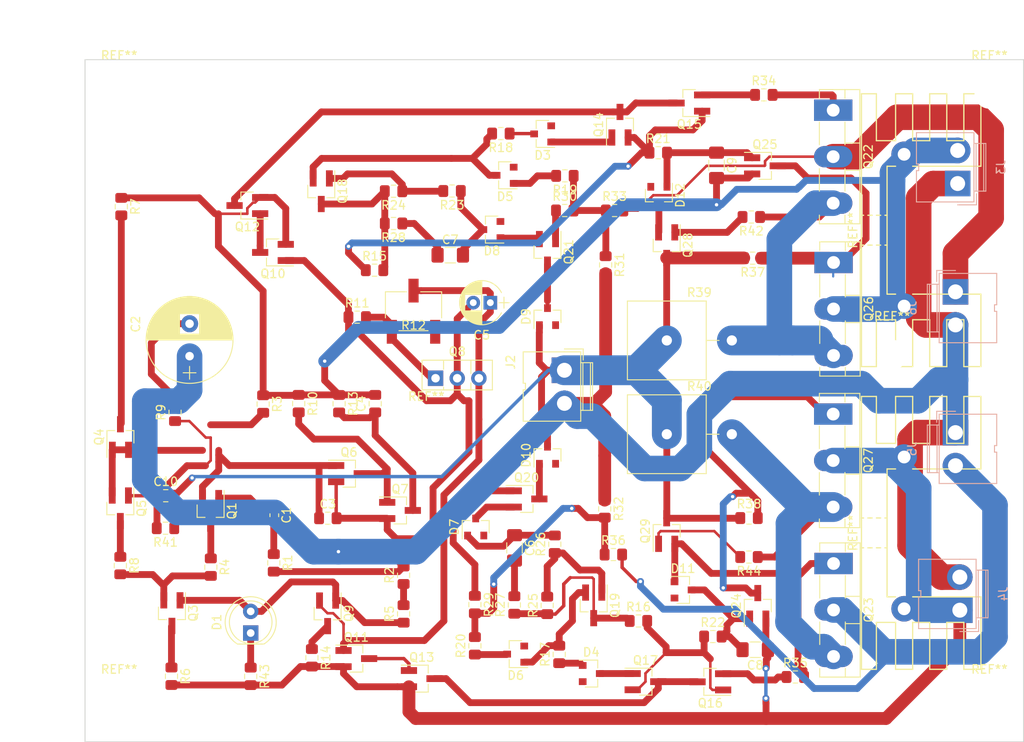
<source format=kicad_pcb>
(kicad_pcb (version 20171130) (host pcbnew "(5.1.2)-2")
  (layers (0 F.Cu signal) (31 B.Cu power) (34 B.Paste user hide) (35 F.Paste user hide) (36 B.SilkS user hide) (37 F.SilkS user) (38 B.Mask user hide) (39 F.Mask user hide) (44 Edge.Cuts user))
  (net 0 "")
  (net 1 "Net-(C1-Pad1)")
  (net 2 "Net-(C1-Pad2)")
  (net 3 GND)
  (net 4 "Net-(C2-Pad2)")
  (net 5 "Net-(C3-Pad2)")
  (net 6 "Net-(C3-Pad1)")
  (net 7 "Net-(C4-Pad1)")
  (net 8 VCC)
  (net 9 "Net-(C5-Pad1)")
  (net 10 "Net-(C6-Pad2)")
  (net 11 "Net-(C6-Pad1)")
  (net 12 "Net-(C7-Pad1)")
  (net 13 "Net-(C7-Pad2)")
  (net 14 VEE)
  (net 15 "Net-(C8-Pad2)")
  (net 16 "Net-(C9-Pad1)")
  (net 17 "Net-(C10-Pad1)")
  (net 18 +15V)
  (net 19 "Net-(D1-Pad1)")
  (net 20 "Net-(D1-Pad2)")
  (net 21 "Net-(D3-Pad1)")
  (net 22 "Net-(D3-Pad2)")
  (net 23 "Net-(D4-Pad1)")
  (net 24 "Net-(D4-Pad2)")
  (net 25 "Net-(D5-Pad2)")
  (net 26 "Net-(D5-Pad1)")
  (net 27 "Net-(D6-Pad2)")
  (net 28 "Net-(D6-Pad1)")
  (net 29 "Net-(D7-Pad1)")
  (net 30 "Net-(D8-Pad2)")
  (net 31 "Net-(D9-Pad1)")
  (net 32 "Net-(D10-Pad2)")
  (net 33 "Net-(Q1-Pad3)")
  (net 34 "Net-(Q2-Pad3)")
  (net 35 "Net-(Q2-Pad1)")
  (net 36 "Net-(Q3-Pad2)")
  (net 37 "Net-(Q3-Pad3)")
  (net 38 "Net-(Q4-Pad3)")
  (net 39 "Net-(Q5-Pad3)")
  (net 40 "Net-(Q6-Pad3)")
  (net 41 "Net-(Q8-Pad1)")
  (net 42 "Net-(Q9-Pad3)")
  (net 43 "Net-(Q10-Pad3)")
  (net 44 "Net-(Q11-Pad3)")
  (net 45 "Net-(Q12-Pad3)")
  (net 46 "Net-(Q13-Pad3)")
  (net 47 "Net-(Q14-Pad2)")
  (net 48 "Net-(Q15-Pad2)")
  (net 49 "Net-(Q16-Pad1)")
  (net 50 "Net-(Q18-Pad3)")
  (net 51 "Net-(Q18-Pad1)")
  (net 52 "Net-(Q19-Pad1)")
  (net 53 "Net-(Q19-Pad3)")
  (net 54 "Net-(Q20-Pad1)")
  (net 55 "Net-(Q21-Pad1)")
  (net 56 "Net-(Q22-Pad1)")
  (net 57 "Net-(Q22-Pad3)")
  (net 58 -15V)
  (net 59 "Net-(Q23-Pad3)")
  (net 60 "Net-(Q24-Pad3)")
  (net 61 "Net-(Q25-Pad3)")
  (net 62 "Net-(R2-Pad1)")
  (net 63 "Net-(R19-Pad1)")
  (net 64 "Net-(C10-Pad2)")
  (net 65 "Net-(D11-Pad2)")
  (net 66 "Net-(Q29-Pad1)")
  (net 67 "Net-(Q28-Pad1)")
  (net 68 "Net-(D12-Pad1)")
  (net 69 "Net-(Q16-Pad2)")
  (net 70 "Net-(R20-Pad2)")
  (module Heatsinks:Heatsink_Stonecold_HS-132_32x14mm_2xFixation1.5mm (layer F.Cu) (at 266 105.5 90)
    (fp_text reference REF** (at 0 -6 90) (layer F.SilkS))
    (fp_text value Heatsink_Stonecold_HS-132_32x14mm_2xFixation1.5mm)
    (pad 1 thru_hole circle (at -8.9 0 90) (size 3 3) (drill 1.5) (layers *.Cu *.Mask))
    (pad 1 thru_hole circle (at 8.9 0 90) (size 3 3) (drill 1.5) (layers *.Cu *.Mask))
  )
  (module Heatsinks:Heatsink_Stonecold_HS-132_32x14mm_2xFixation1.5mm (layer F.Cu) (at 266 70 90)
    (fp_text reference REF** (at 0 -6 90) (layer F.SilkS))
    (fp_text value Heatsink_Stonecold_HS-132_32x14mm_2xFixation1.5mm)
    (pad 1 thru_hole circle (at -8.9 0 90) (size 3 3) (drill 1.5) (layers *.Cu *.Mask))
    (pad 1 thru_hole circle (at 8.9 0 90) (size 3 3) (drill 1.5) (layers *.Cu *.Mask))
  )
  (module Capacitors_THT:CP_Radial_D10.0mm_P3.80mm (layer F.Cu) (at 182.2531 84.7718 90)
    (fp_text reference C2 (at 3.75 -6.31 90) (layer F.SilkS))
    (fp_text value C)
    (pad 1 thru_hole rect (at 0 0 90) (size 2 2) (drill 1) (layers *.Cu *.Mask) (net 3 GND))
    (pad 2 thru_hole circle (at 3.8 0 90) (size 2 2) (drill 1) (layers *.Cu *.Mask) (net 4 "Net-(C2-Pad2)"))
  )
  (module Mounting_Holes:MountingHole_3.5mm (layer F.Cu) (at 264.6 84.6)
    (fp_text reference REF** (at 0 -4.5) (layer F.SilkS))
    (fp_text value MountingHole_3.5mm)
    (pad 1 np_thru_hole circle (at 0 0) (size 3.5 3.5) (drill 3.5) (layers *.Cu *.Mask))
  )
  (module Mounting_Holes:MountingHole_3.5mm (layer F.Cu) (at 210 94)
    (fp_text reference REF** (at 0 -4.5) (layer F.SilkS))
    (fp_text value MountingHole_3.5mm)
    (pad 1 np_thru_hole circle (at 0 0) (size 3.5 3.5) (drill 3.5) (layers *.Cu *.Mask))
  )
  (module Mounting_Holes:MountingHole_3.5mm (layer F.Cu) (at 276 54)
    (fp_text reference REF** (at 0 -4.5) (layer F.SilkS))
    (fp_text value MountingHole_3.5mm)
    (pad 1 np_thru_hole circle (at 0 0) (size 3.5 3.5) (drill 3.5) (layers *.Cu *.Mask))
  )
  (module Mounting_Holes:MountingHole_3.5mm (layer F.Cu) (at 276 126)
    (fp_text reference REF** (at 0 -4.5) (layer F.SilkS))
    (fp_text value MountingHole_3.5mm)
    (pad 1 np_thru_hole circle (at 0 0) (size 3.5 3.5) (drill 3.5) (layers *.Cu *.Mask))
  )
  (module Mounting_Holes:MountingHole_3.5mm (layer F.Cu) (at 174 126)
    (fp_text reference REF** (at 0 -4.5) (layer F.SilkS))
    (fp_text value MountingHole_3.5mm)
    (pad 1 np_thru_hole circle (at 0 0) (size 3.5 3.5) (drill 3.5) (layers *.Cu *.Mask))
  )
  (module Mounting_Holes:MountingHole_3.5mm (layer F.Cu) (at 174 54)
    (fp_text reference REF** (at 0 -4.5) (layer F.SilkS))
    (fp_text value MountingHole_3.5mm)
    (pad 1 np_thru_hole circle (at 0 0) (size 3.5 3.5) (drill 3.5) (layers *.Cu *.Mask))
  )
  (module Potentiometer_SMD:Potentiometer_Bourns_3269W_Vertical (layer F.Cu) (at 208.5 79.5 180)
    (fp_text reference R12 (at 0 -1.65) (layer F.SilkS))
    (fp_text value R)
    (pad 3 smd rect (at -2.54 -2.415 180) (size 1.19 2.79) (layers F.Cu F.Paste F.Mask))
    (pad 2 smd rect (at 0 2.415 180) (size 1.19 2.79) (layers F.Cu F.Paste F.Mask) (net 9 "Net-(C5-Pad1)"))
    (pad 1 smd rect (at 2.54 -2.415 180) (size 1.19 2.79) (layers F.Cu F.Paste F.Mask) (net 41 "Net-(Q8-Pad1)"))
  )
  (module Resistor_SMD:R_0805_2012Metric_Pad1.15x1.40mm_HandSolder (layer F.Cu) (at 253.25 122.4)
    (fp_text reference R35 (at 0 -1.65) (layer F.SilkS))
    (fp_text value R)
    (pad 2 smd roundrect (at 1.025 0) (size 1.15 1.4) (layers F.Cu F.Paste F.Mask) (roundrect_rratio 0.217391) (net 65 "Net-(D11-Pad2)"))
    (pad 1 smd roundrect (at -1.025 0) (size 1.15 1.4) (layers F.Cu F.Paste F.Mask) (roundrect_rratio 0.217391) (net 69 "Net-(Q16-Pad2)"))
  )
  (module Package_TO_SOT_THT:TO-3P-3_Vertical (layer F.Cu) (at 257.7292 73.7863 270)
    (fp_text reference Q26 (at 5.45 -4.12 90) (layer F.SilkS))
    (fp_text value Q-NPN)
    (pad 3 thru_hole oval (at 10.9 0 270) (size 2.5 4.5) (drill 1.5) (layers *.Cu *.Mask) (net 57 "Net-(Q22-Pad3)"))
    (pad 2 thru_hole oval (at 5.45 0 270) (size 2.5 4.5) (drill 1.5) (layers *.Cu *.Mask) (net 8 VCC))
    (pad 1 thru_hole rect (at 0 0 270) (size 2.5 4.5) (drill 1.5) (layers *.Cu *.Mask) (net 61 "Net-(Q25-Pad3)"))
  )
  (module Package_TO_SOT_THT:TO-3P-3_Vertical (layer F.Cu) (at 257.7292 109.0923 270)
    (fp_text reference Q23 (at 5.45 -4.12 90) (layer F.SilkS))
    (fp_text value Q-PNP)
    (pad 3 thru_hole oval (at 10.9 0 270) (size 2.5 4.5) (drill 1.5) (layers *.Cu *.Mask) (net 59 "Net-(Q23-Pad3)"))
    (pad 2 thru_hole oval (at 5.45 0 270) (size 2.5 4.5) (drill 1.5) (layers *.Cu *.Mask) (net 58 -15V))
    (pad 1 thru_hole rect (at 0 0 270) (size 2.5 4.5) (drill 1.5) (layers *.Cu *.Mask) (net 65 "Net-(D11-Pad2)"))
  )
  (module Resistor_SMD:R_0805_2012Metric_Pad1.15x1.40mm_HandSolder (layer F.Cu) (at 203.932 74.688)
    (fp_text reference R15 (at 0 -1.65) (layer F.SilkS))
    (fp_text value R)
    (pad 1 smd roundrect (at -1.025 0) (size 1.15 1.4) (layers F.Cu F.Paste F.Mask) (roundrect_rratio 0.217) (net 47 "Net-(Q14-Pad2)"))
    (pad 2 smd roundrect (at 1.025 0) (size 1.15 1.4) (layers F.Cu F.Paste F.Mask) (roundrect_rratio 0.217391) (net 50 "Net-(Q18-Pad3)"))
  )
  (module Diodes_SMD:D_SOT-23_ANK (layer F.Cu) (at 240.0872 112.1883)
    (fp_text reference D11 (at 0 -2.5) (layer F.SilkS))
    (fp_text value D_Sch)
    (pad 2 smd rect (at -1 -0.95) (size 0.9 0.8) (layers F.Cu F.Paste F.Mask) (net 65 "Net-(D11-Pad2)"))
    (pad "" smd rect (at -1 0.95) (size 0.9 0.8) (layers F.Cu F.Paste F.Mask))
    (pad 1 smd rect (at 1 0) (size 0.9 0.8) (layers F.Cu F.Paste F.Mask) (net 15 "Net-(C8-Pad2)"))
  )
  (module Package_TO_SOT_THT:TO-3P-3_Vertical (layer F.Cu) (at 257.6872 91.5663 270)
    (fp_text reference Q27 (at 5.45 -4.12 90) (layer F.SilkS))
    (fp_text value Q-PNP)
    (pad 3 thru_hole oval (at 10.9 0 270) (size 2.5 4.5) (drill 1.5) (layers *.Cu *.Mask) (net 59 "Net-(Q23-Pad3)"))
    (pad 2 thru_hole oval (at 5.45 0 270) (size 2.5 4.5) (drill 1.5) (layers *.Cu *.Mask) (net 14 VEE))
    (pad 1 thru_hole rect (at 0 0 270) (size 2.5 4.5) (drill 1.5) (layers *.Cu *.Mask) (net 60 "Net-(Q24-Pad3)"))
  )
  (module Package_TO_SOT_THT:TO-3P-3_Vertical (layer F.Cu) (at 257.6872 55.9283 270)
    (fp_text reference Q22 (at 5.45 -4.12 90) (layer F.SilkS))
    (fp_text value Q-NPN)
    (pad 3 thru_hole oval (at 10.9 0 270) (size 2.5 4.5) (drill 1.5) (layers *.Cu *.Mask) (net 57 "Net-(Q22-Pad3)"))
    (pad 2 thru_hole oval (at 5.45 0 270) (size 2.5 4.5) (drill 1.5) (layers *.Cu *.Mask) (net 18 +15V))
    (pad 1 thru_hole rect (at 0 0 270) (size 2.5 4.5) (drill 1.5) (layers *.Cu *.Mask) (net 56 "Net-(Q22-Pad1)"))
  )
  (module Resistor_SMD:R_0805_2012Metric_Pad1.15x1.40mm_HandSolder (layer F.Cu) (at 247.8142 108.3303 180)
    (fp_text reference R44 (at 0 -1.65) (layer F.SilkS))
    (fp_text value R)
    (pad 2 smd roundrect (at 1.025 0 180) (size 1.15 1.4) (layers F.Cu F.Paste F.Mask) (roundrect_rratio 0.217391) (net 66 "Net-(Q29-Pad1)"))
    (pad 1 smd roundrect (at -1.025 0 180) (size 1.15 1.4) (layers F.Cu F.Paste F.Mask) (roundrect_rratio 0.217391) (net 59 "Net-(Q23-Pad3)"))
  )
  (module Capacitors_THT:CP_Radial_D5.0mm_P2.00mm (layer F.Cu) (at 217.5 78.5 180)
    (fp_text reference C5 (at 1 -3.81) (layer F.SilkS))
    (fp_text value C)
    (pad 1 thru_hole rect (at 0 0 180) (size 1.6 1.6) (drill 0.8) (layers *.Cu *.Mask) (net 9 "Net-(C5-Pad1)"))
    (pad 2 thru_hole circle (at 2 0 180) (size 1.6 1.6) (drill 0.8) (layers *.Cu *.Mask) (net 5 "Net-(C3-Pad2)"))
  )
  (module Package_TO_SOT_THT:TO-126-3_Vertical (layer F.Cu) (at 211.0821 87.3626)
    (fp_text reference Q8 (at 2.54 -3.12) (layer F.SilkS))
    (fp_text value Q_NPN_BCE)
    (pad 3 thru_hole oval (at 5.08 0) (size 1.8 1.8) (drill 1) (layers *.Cu *.Mask) (net 9 "Net-(C5-Pad1)"))
    (pad 2 thru_hole oval (at 2.54 0) (size 1.8 1.8) (drill 1) (layers *.Cu *.Mask) (net 5 "Net-(C3-Pad2)"))
    (pad 1 thru_hole rect (at 0 0) (size 1.8 1.8) (drill 1) (layers *.Cu *.Mask) (net 41 "Net-(Q8-Pad1)"))
  )
  (module Resistor_THT:R_Axial_Power_L25.0mm_W9.0mm_P7.62mm_Vertical (layer F.Cu) (at 238.1872 93.9283)
    (fp_text reference R40 (at 3.81 -5.62) (layer F.SilkS))
    (fp_text value R)
    (pad 2 thru_hole oval (at 7.62 0) (size 2.4 2.4) (drill 1.2) (layers *.Cu *.Mask) (net 59 "Net-(Q23-Pad3)"))
    (pad 1 thru_hole circle (at 0 0) (size 2.4 2.4) (drill 1.2) (layers *.Cu *.Mask) (net 64 "Net-(C10-Pad2)"))
  )
  (module Resistor_THT:R_Axial_Power_L25.0mm_W9.0mm_P7.62mm_Vertical (layer F.Cu) (at 238.1872 82.9283)
    (fp_text reference R39 (at 3.81 -5.62) (layer F.SilkS))
    (fp_text value R)
    (pad 2 thru_hole oval (at 7.62 0) (size 2.4 2.4) (drill 1.2) (layers *.Cu *.Mask) (net 57 "Net-(Q22-Pad3)"))
    (pad 1 thru_hole circle (at 0 0) (size 2.4 2.4) (drill 1.2) (layers *.Cu *.Mask) (net 64 "Net-(C10-Pad2)"))
  )
  (module Resistor_SMD:R_0805_2012Metric_Pad1.15x1.40mm_HandSolder (layer F.Cu) (at 248.0862 68.4523 180)
    (fp_text reference R42 (at 0 -1.65) (layer F.SilkS))
    (fp_text value R)
    (pad 2 smd roundrect (at 1.025 0 180) (size 1.15 1.4) (layers F.Cu F.Paste F.Mask) (roundrect_rratio 0.217391) (net 67 "Net-(Q28-Pad1)"))
    (pad 1 smd roundrect (at -1.025 0 180) (size 1.15 1.4) (layers F.Cu F.Paste F.Mask) (roundrect_rratio 0.217391) (net 57 "Net-(Q22-Pad3)"))
  )
  (module Package_TO_SOT_SMD:SOT-23_Handsoldering (layer F.Cu) (at 238.1712 105.2823 90)
    (fp_text reference Q29 (at 0 -2.5 90) (layer F.SilkS))
    (fp_text value Q_PNP)
    (pad 3 smd rect (at 1.5 0 90) (size 1.9 0.8) (layers F.Cu F.Paste F.Mask) (net 64 "Net-(C10-Pad2)"))
    (pad 2 smd rect (at -1.5 0.95 90) (size 1.9 0.8) (layers F.Cu F.Paste F.Mask) (net 65 "Net-(D11-Pad2)"))
    (pad 1 smd rect (at -1.5 -0.95 90) (size 1.9 0.8) (layers F.Cu F.Paste F.Mask) (net 66 "Net-(Q29-Pad1)"))
  )
  (module Package_TO_SOT_SMD:SOT-23_Handsoldering (layer F.Cu) (at 238.1712 71.7543 270)
    (fp_text reference Q28 (at 0 -2.5 90) (layer F.SilkS))
    (fp_text value Q-NPN)
    (pad 3 smd rect (at 1.5 0 270) (size 1.9 0.8) (layers F.Cu F.Paste F.Mask) (net 64 "Net-(C10-Pad2)"))
    (pad 2 smd rect (at -1.5 0.95 270) (size 1.9 0.8) (layers F.Cu F.Paste F.Mask) (net 68 "Net-(D12-Pad1)"))
    (pad 1 smd rect (at -1.5 -0.95 270) (size 1.9 0.8) (layers F.Cu F.Paste F.Mask) (net 67 "Net-(Q28-Pad1)"))
  )
  (module Package_TO_SOT_SMD:SOT-23_Handsoldering (layer F.Cu) (at 249.6872 62.4523)
    (fp_text reference Q25 (at 0 -2.5) (layer F.SilkS))
    (fp_text value Q-NPN)
    (pad 3 smd rect (at 1.5 0) (size 1.9 0.8) (layers F.Cu F.Paste F.Mask) (net 61 "Net-(Q25-Pad3)"))
    (pad 2 smd rect (at -1.5 0.95) (size 1.9 0.8) (layers F.Cu F.Paste F.Mask) (net 8 VCC))
    (pad 1 smd rect (at -1.5 -0.95) (size 1.9 0.8) (layers F.Cu F.Paste F.Mask) (net 16 "Net-(C9-Pad1)"))
  )
  (module Package_TO_SOT_SMD:SOT-23_Handsoldering (layer F.Cu) (at 248.8472 114.0583 90)
    (fp_text reference Q24 (at 0 -2.5 90) (layer F.SilkS))
    (fp_text value Q-PNP)
    (pad 3 smd rect (at 1.5 0 90) (size 1.9 0.8) (layers F.Cu F.Paste F.Mask) (net 60 "Net-(Q24-Pad3)"))
    (pad 2 smd rect (at -1.5 0.95 90) (size 1.9 0.8) (layers F.Cu F.Paste F.Mask) (net 14 VEE))
    (pad 1 smd rect (at -1.5 -0.95 90) (size 1.9 0.8) (layers F.Cu F.Paste F.Mask) (net 15 "Net-(C8-Pad2)"))
  )
  (module Resistor_SMD:R_0805_2012Metric_Pad1.15x1.40mm_HandSolder (layer F.Cu) (at 248.2512 73.2783 180)
    (fp_text reference R37 (at 0 -1.65) (layer F.SilkS))
    (fp_text value R)
    (pad 2 smd roundrect (at 1.025 0 180) (size 1.15 1.4) (layers F.Cu F.Paste F.Mask) (roundrect_rratio 0.217391) (net 64 "Net-(C10-Pad2)"))
    (pad 1 smd roundrect (at -1.025 0 180) (size 1.15 1.4) (layers F.Cu F.Paste F.Mask) (roundrect_rratio 0.217391) (net 61 "Net-(Q25-Pad3)"))
  )
  (module Resistor_SMD:R_0805_2012Metric_Pad1.15x1.40mm_HandSolder (layer F.Cu) (at 237.1822 60.9083)
    (fp_text reference R21 (at 0 -1.65) (layer F.SilkS))
    (fp_text value R)
    (pad 2 smd roundrect (at 1.025 0) (size 1.15 1.4) (layers F.Cu F.Paste F.Mask) (roundrect_rratio 0.217391) (net 16 "Net-(C9-Pad1)"))
    (pad 1 smd roundrect (at -1.025 0) (size 1.15 1.4) (layers F.Cu F.Paste F.Mask) (roundrect_rratio 0.217391) (net 47 "Net-(Q14-Pad2)"))
  )
  (module Diodes_SMD:D_SOT-23_ANK (layer F.Cu) (at 237.2572 65.9083 270)
    (fp_text reference D12 (at 0 -2.5 90) (layer F.SilkS))
    (fp_text value D_Sch)
    (pad 2 smd rect (at -1 -0.95 270) (size 0.9 0.8) (layers F.Cu F.Paste F.Mask) (net 16 "Net-(C9-Pad1)"))
    (pad "" smd rect (at -1 0.95 270) (size 0.9 0.8) (layers F.Cu F.Paste F.Mask))
    (pad 1 smd rect (at 1 0 270) (size 0.9 0.8) (layers F.Cu F.Paste F.Mask) (net 68 "Net-(D12-Pad1)"))
  )
  (module Resistor_SMD:R_0805_2012Metric_Pad1.15x1.40mm_HandSolder (layer F.Cu) (at 249.5572 54.1283)
    (fp_text reference R34 (at 0 -1.65) (layer F.SilkS))
    (fp_text value R)
    (pad 2 smd roundrect (at 1.025 0) (size 1.15 1.4) (layers F.Cu F.Paste F.Mask) (roundrect_rratio 0.217391) (net 56 "Net-(Q22-Pad1)"))
    (pad 1 smd roundrect (at -1.025 0) (size 1.15 1.4) (layers F.Cu F.Paste F.Mask) (roundrect_rratio 0.217391) (net 48 "Net-(Q15-Pad2)"))
  )
  (module Package_TO_SOT_SMD:SOT-23_Handsoldering (layer F.Cu) (at 224.2012 72.5403 270)
    (fp_text reference Q21 (at 0 -2.5 90) (layer F.SilkS))
    (fp_text value Q-PNP)
    (pad 1 smd rect (at -1.5 -0.95 270) (size 1.9 0.8) (layers F.Cu F.Paste F.Mask) (net 55 "Net-(Q21-Pad1)"))
    (pad 2 smd rect (at -1.5 0.95 270) (size 1.9 0.8) (layers F.Cu F.Paste F.Mask) (net 30 "Net-(D8-Pad2)"))
    (pad 3 smd rect (at 1.5 0 270) (size 1.9 0.8) (layers F.Cu F.Paste F.Mask) (net 31 "Net-(D9-Pad1)"))
  )
  (module Package_TO_SOT_SMD:SOT-23_Handsoldering (layer F.Cu) (at 221.7472 101.5183)
    (fp_text reference Q20 (at 0 -2.5) (layer F.SilkS))
    (fp_text value Q-NPN)
    (pad 3 smd rect (at 1.5 0) (size 1.9 0.8) (layers F.Cu F.Paste F.Mask) (net 32 "Net-(D10-Pad2)"))
    (pad 2 smd rect (at -1.5 0.95) (size 1.9 0.8) (layers F.Cu F.Paste F.Mask) (net 29 "Net-(D7-Pad1)"))
    (pad 1 smd rect (at -1.5 -0.95) (size 1.9 0.8) (layers F.Cu F.Paste F.Mask) (net 54 "Net-(Q20-Pad1)"))
  )
  (module Package_TO_SOT_SMD:SOT-23_Handsoldering (layer F.Cu) (at 229.6172 113.9983 270)
    (fp_text reference Q19 (at 0 -2.5 90) (layer F.SilkS))
    (fp_text value Q-PNP)
    (pad 1 smd rect (at -1.5 -0.95 270) (size 1.9 0.8) (layers F.Cu F.Paste F.Mask) (net 52 "Net-(Q19-Pad1)"))
    (pad 2 smd rect (at -1.5 0.95 270) (size 1.9 0.8) (layers F.Cu F.Paste F.Mask) (net 27 "Net-(D6-Pad2)"))
    (pad 3 smd rect (at 1.5 0 270) (size 1.9 0.8) (layers F.Cu F.Paste F.Mask) (net 53 "Net-(Q19-Pad3)"))
  )
  (module Package_TO_SOT_SMD:SOT-23_Handsoldering (layer F.Cu) (at 197.6872 65.4283 270)
    (fp_text reference Q18 (at 0 -2.5 90) (layer F.SilkS))
    (fp_text value Q-NPN)
    (pad 3 smd rect (at 1.5 0 270) (size 1.9 0.8) (layers F.Cu F.Paste F.Mask) (net 50 "Net-(Q18-Pad3)"))
    (pad 2 smd rect (at -1.5 0.95 270) (size 1.9 0.8) (layers F.Cu F.Paste F.Mask) (net 26 "Net-(D5-Pad1)"))
    (pad 1 smd rect (at -1.5 -0.95 270) (size 1.9 0.8) (layers F.Cu F.Paste F.Mask) (net 51 "Net-(Q18-Pad1)"))
  )
  (module Package_TO_SOT_SMD:SOT-23_Handsoldering (layer F.Cu) (at 235.6872 122.9483)
    (fp_text reference Q17 (at 0 -2.5) (layer F.SilkS))
    (fp_text value Q-NPN)
    (pad 1 smd rect (at -1.5 -0.95) (size 1.9 0.8) (layers F.Cu F.Paste F.Mask) (net 23 "Net-(D4-Pad1)"))
    (pad 2 smd rect (at -1.5 0.95) (size 1.9 0.8) (layers F.Cu F.Paste F.Mask) (net 49 "Net-(Q16-Pad1)"))
    (pad 3 smd rect (at 1.5 0) (size 1.9 0.8) (layers F.Cu F.Paste F.Mask) (net 46 "Net-(Q13-Pad3)"))
  )
  (module Package_TO_SOT_SMD:SOT-23_Handsoldering (layer F.Cu) (at 243.2872 122.9683 180)
    (fp_text reference Q16 (at 0 -2.5) (layer F.SilkS))
    (fp_text value Q-NPN)
    (pad 3 smd rect (at 1.5 0 180) (size 1.9 0.8) (layers F.Cu F.Paste F.Mask) (net 46 "Net-(Q13-Pad3)"))
    (pad 2 smd rect (at -1.5 0.95 180) (size 1.9 0.8) (layers F.Cu F.Paste F.Mask) (net 69 "Net-(Q16-Pad2)"))
    (pad 1 smd rect (at -1.5 -0.95 180) (size 1.9 0.8) (layers F.Cu F.Paste F.Mask) (net 49 "Net-(Q16-Pad1)"))
  )
  (module Package_TO_SOT_SMD:SOT-23_Handsoldering (layer F.Cu) (at 240.8272 55.0883 180)
    (fp_text reference Q15 (at 0 -2.5) (layer F.SilkS))
    (fp_text value Q_PNP_BCE)
    (pad 1 smd rect (at -1.5 -0.95 180) (size 1.9 0.8) (layers F.Cu F.Paste F.Mask) (net 47 "Net-(Q14-Pad2)"))
    (pad 2 smd rect (at -1.5 0.95 180) (size 1.9 0.8) (layers F.Cu F.Paste F.Mask) (net 48 "Net-(Q15-Pad2)"))
    (pad 3 smd rect (at 1.5 0 180) (size 1.9 0.8) (layers F.Cu F.Paste F.Mask) (net 45 "Net-(Q12-Pad3)"))
  )
  (module Package_TO_SOT_SMD:SOT-23_Handsoldering (layer F.Cu) (at 232.6972 57.6283 90)
    (fp_text reference Q14 (at 0 -2.5 90) (layer F.SilkS))
    (fp_text value Q_PNP_BCE)
    (pad 1 smd rect (at -1.5 -0.95 90) (size 1.9 0.8) (layers F.Cu F.Paste F.Mask) (net 22 "Net-(D3-Pad2)"))
    (pad 2 smd rect (at -1.5 0.95 90) (size 1.9 0.8) (layers F.Cu F.Paste F.Mask) (net 47 "Net-(Q14-Pad2)"))
    (pad 3 smd rect (at 1.5 0 90) (size 1.9 0.8) (layers F.Cu F.Paste F.Mask) (net 45 "Net-(Q12-Pad3)"))
  )
  (module Package_TO_SOT_SMD:SOT-23_Handsoldering (layer F.Cu) (at 209.4643 122.594)
    (fp_text reference Q13 (at 0 -2.5) (layer F.SilkS))
    (fp_text value Q_PNP)
    (pad 3 smd rect (at 1.5 0) (size 1.9 0.8) (layers F.Cu F.Paste F.Mask) (net 46 "Net-(Q13-Pad3)"))
    (pad 2 smd rect (at -1.5 0.95) (size 1.9 0.8) (layers F.Cu F.Paste F.Mask) (net 14 VEE))
    (pad 1 smd rect (at -1.5 -0.95) (size 1.9 0.8) (layers F.Cu F.Paste F.Mask) (net 44 "Net-(Q11-Pad3)"))
  )
  (module Package_TO_SOT_SMD:SOT-23_Handsoldering (layer F.Cu) (at 189.0272 67.1083 180)
    (fp_text reference Q12 (at 0 -2.5) (layer F.SilkS))
    (fp_text value Q_NPN)
    (pad 1 smd rect (at -1.5 -0.95 180) (size 1.9 0.8) (layers F.Cu F.Paste F.Mask) (net 43 "Net-(Q10-Pad3)"))
    (pad 2 smd rect (at -1.5 0.95 180) (size 1.9 0.8) (layers F.Cu F.Paste F.Mask) (net 8 VCC))
    (pad 3 smd rect (at 1.5 0 180) (size 1.9 0.8) (layers F.Cu F.Paste F.Mask) (net 45 "Net-(Q12-Pad3)"))
  )
  (module Package_TO_SOT_SMD:SOT-23_Handsoldering (layer F.Cu) (at 201.7984 120.2429)
    (fp_text reference Q11 (at 0 -2.5) (layer F.SilkS))
    (fp_text value Q_PNP_BCE)
    (pad 3 smd rect (at 1.5 0) (size 1.9 0.8) (layers F.Cu F.Paste F.Mask) (net 44 "Net-(Q11-Pad3)"))
    (pad 2 smd rect (at -1.5 0.95) (size 1.9 0.8) (layers F.Cu F.Paste F.Mask) (net 14 VEE))
    (pad 1 smd rect (at -1.5 -0.95) (size 1.9 0.8) (layers F.Cu F.Paste F.Mask) (net 9 "Net-(C5-Pad1)"))
  )
  (module Package_TO_SOT_SMD:SOT-23_Handsoldering (layer F.Cu) (at 192.0272 72.6083 180)
    (fp_text reference Q10 (at 0 -2.5) (layer F.SilkS))
    (fp_text value Q_NPN)
    (pad 3 smd rect (at 1.5 0 180) (size 1.9 0.8) (layers F.Cu F.Paste F.Mask) (net 43 "Net-(Q10-Pad3)"))
    (pad 2 smd rect (at -1.5 0.95 180) (size 1.9 0.8) (layers F.Cu F.Paste F.Mask) (net 8 VCC))
    (pad 1 smd rect (at -1.5 -0.95 180) (size 1.9 0.8) (layers F.Cu F.Paste F.Mask) (net 5 "Net-(C3-Pad2)"))
  )
  (module Package_TO_SOT_SMD:SOT-23_Handsoldering (layer F.Cu) (at 198.4329 114.9343 270)
    (fp_text reference Q9 (at 0 -2.5 90) (layer F.SilkS))
    (fp_text value Q_NPN_BCE)
    (pad 3 smd rect (at 1.5 0 270) (size 1.9 0.8) (layers F.Cu F.Paste F.Mask) (net 42 "Net-(Q9-Pad3)"))
    (pad 2 smd rect (at -1.5 0.95 270) (size 1.9 0.8) (layers F.Cu F.Paste F.Mask) (net 9 "Net-(C5-Pad1)"))
    (pad 1 smd rect (at -1.5 -0.95 270) (size 1.9 0.8) (layers F.Cu F.Paste F.Mask) (net 20 "Net-(D1-Pad2)"))
  )
  (module Package_TO_SOT_SMD:SOT-23_Handsoldering (layer F.Cu) (at 206.9179 102.8668)
    (fp_text reference Q7 (at 0 -2.5) (layer F.SilkS))
    (fp_text value Q_PNP_BCE)
    (pad 1 smd rect (at -1.5 -0.95) (size 1.9 0.8) (layers F.Cu F.Paste F.Mask) (net 40 "Net-(Q6-Pad3)"))
    (pad 2 smd rect (at -1.5 0.95) (size 1.9 0.8) (layers F.Cu F.Paste F.Mask) (net 5 "Net-(C3-Pad2)"))
    (pad 3 smd rect (at 1.5 0) (size 1.9 0.8) (layers F.Cu F.Paste F.Mask) (net 7 "Net-(C4-Pad1)"))
  )
  (module Package_TO_SOT_SMD:SOT-23_Handsoldering (layer F.Cu) (at 200.9348 98.5513)
    (fp_text reference Q6 (at 0 -2.5) (layer F.SilkS))
    (fp_text value Q_PNP_BCE)
    (pad 3 smd rect (at 1.5 0) (size 1.9 0.8) (layers F.Cu F.Paste F.Mask) (net 40 "Net-(Q6-Pad3)"))
    (pad 2 smd rect (at -1.5 0.95) (size 1.9 0.8) (layers F.Cu F.Paste F.Mask) (net 5 "Net-(C3-Pad2)"))
    (pad 1 smd rect (at -1.5 -0.95) (size 1.9 0.8) (layers F.Cu F.Paste F.Mask) (net 6 "Net-(C3-Pad1)"))
  )
  (module Package_TO_SOT_SMD:SOT-23_Handsoldering (layer F.Cu) (at 174.1378 102.6153 270)
    (fp_text reference Q5 (at 0 -2.5 90) (layer F.SilkS))
    (fp_text value Q_NPN_BCE)
    (pad 1 smd rect (at -1.5 -0.95 270) (size 1.9 0.8) (layers F.Cu F.Paste F.Mask) (net 17 "Net-(C10-Pad1)"))
    (pad 2 smd rect (at -1.5 0.95 270) (size 1.9 0.8) (layers F.Cu F.Paste F.Mask) (net 35 "Net-(Q2-Pad1)"))
    (pad 3 smd rect (at 1.5 0 270) (size 1.9 0.8) (layers F.Cu F.Paste F.Mask) (net 39 "Net-(Q5-Pad3)"))
  )
  (module Package_TO_SOT_SMD:SOT-23_Handsoldering (layer F.Cu) (at 174.148 94.2573 90)
    (fp_text reference Q4 (at 0 -2.5 90) (layer F.SilkS))
    (fp_text value Q_PNP_BCE)
    (pad 1 smd rect (at -1.5 -0.95 90) (size 1.9 0.8) (layers F.Cu F.Paste F.Mask) (net 35 "Net-(Q2-Pad1)"))
    (pad 2 smd rect (at -1.5 0.95 90) (size 1.9 0.8) (layers F.Cu F.Paste F.Mask) (net 35 "Net-(Q2-Pad1)"))
    (pad 3 smd rect (at 1.5 0 90) (size 1.9 0.8) (layers F.Cu F.Paste F.Mask) (net 38 "Net-(Q4-Pad3)"))
  )
  (module Package_TO_SOT_SMD:SOT-23_Handsoldering (layer F.Cu) (at 180.183 114.9089 270)
    (fp_text reference Q3 (at 0 -2.5 90) (layer F.SilkS))
    (fp_text value Q_NPN_BCE)
    (pad 1 smd rect (at -1.5 -0.95 270) (size 1.9 0.8) (layers F.Cu F.Paste F.Mask) (net 20 "Net-(D1-Pad2)"))
    (pad 2 smd rect (at -1.5 0.95 270) (size 1.9 0.8) (layers F.Cu F.Paste F.Mask) (net 36 "Net-(Q3-Pad2)"))
    (pad 3 smd rect (at 1.5 0 270) (size 1.9 0.8) (layers F.Cu F.Paste F.Mask) (net 37 "Net-(Q3-Pad3)"))
  )
  (module Package_TO_SOT_SMD:SOT-23_Handsoldering (layer F.Cu) (at 184.7169 102.9187 270)
    (fp_text reference Q1 (at 0 -2.5 90) (layer F.SilkS))
    (fp_text value Q_NPN_BCE)
    (pad 3 smd rect (at 1.5 0 270) (size 1.9 0.8) (layers F.Cu F.Paste F.Mask) (net 33 "Net-(Q1-Pad3)"))
    (pad 2 smd rect (at -1.5 0.95 270) (size 1.9 0.8) (layers F.Cu F.Paste F.Mask) (net 6 "Net-(C3-Pad1)"))
    (pad 1 smd rect (at -1.5 -0.95 270) (size 1.9 0.8) (layers F.Cu F.Paste F.Mask) (net 2 "Net-(C1-Pad2)"))
  )
  (module Diode_SMD:D_SOT-23_ANK (layer F.Cu) (at 224.2012 96.3923 90)
    (fp_text reference D10 (at 0 -2.5 90) (layer F.SilkS))
    (fp_text value D_Sch)
    (pad 1 smd rect (at 1 0 90) (size 0.9 0.8) (layers F.Cu F.Paste F.Mask) (net 64 "Net-(C10-Pad2)"))
    (pad "" smd rect (at -1 0.95 90) (size 0.9 0.8) (layers F.Cu F.Paste F.Mask))
    (pad 2 smd rect (at -1 -0.95 90) (size 0.9 0.8) (layers F.Cu F.Paste F.Mask) (net 32 "Net-(D10-Pad2)"))
  )
  (module Diode_SMD:D_SOT-23_ANK (layer F.Cu) (at 224.2012 80.1363 90)
    (fp_text reference D9 (at 0 -2.5 90) (layer F.SilkS))
    (fp_text value D_Sch)
    (pad 1 smd rect (at 1 0 90) (size 0.9 0.8) (layers F.Cu F.Paste F.Mask) (net 31 "Net-(D9-Pad1)"))
    (pad "" smd rect (at -1 0.95 90) (size 0.9 0.8) (layers F.Cu F.Paste F.Mask))
    (pad 2 smd rect (at -1 -0.95 90) (size 0.9 0.8) (layers F.Cu F.Paste F.Mask) (net 64 "Net-(C10-Pad2)"))
  )
  (module Diode_SMD:D_SOT-23_ANK (layer F.Cu) (at 217.6872 69.9283 180)
    (fp_text reference D8 (at 0 -2.5) (layer F.SilkS))
    (fp_text value D_Sch)
    (pad 1 smd rect (at 1 0 180) (size 0.9 0.8) (layers F.Cu F.Paste F.Mask) (net 13 "Net-(C7-Pad2)"))
    (pad "" smd rect (at -1 0.95 180) (size 0.9 0.8) (layers F.Cu F.Paste F.Mask))
    (pad 2 smd rect (at -1 -0.95 180) (size 0.9 0.8) (layers F.Cu F.Paste F.Mask) (net 30 "Net-(D8-Pad2)"))
  )
  (module Diode_SMD:D_SOT-23_ANK (layer F.Cu) (at 215.7872 104.8083 90)
    (fp_text reference D7 (at 0 -2.5 90) (layer F.SilkS))
    (fp_text value D_Sch)
    (pad 1 smd rect (at 1 0 90) (size 0.9 0.8) (layers F.Cu F.Paste F.Mask) (net 29 "Net-(D7-Pad1)"))
    (pad "" smd rect (at -1 0.95 90) (size 0.9 0.8) (layers F.Cu F.Paste F.Mask))
    (pad 2 smd rect (at -1 -0.95 90) (size 0.9 0.8) (layers F.Cu F.Paste F.Mask) (net 11 "Net-(C6-Pad1)"))
  )
  (module Diode_SMD:D_SOT-23_ANK (layer F.Cu) (at 220.4772 119.7183 180)
    (fp_text reference D6 (at 0 -2.5) (layer F.SilkS))
    (fp_text value D_Sch)
    (pad 1 smd rect (at 1 0 180) (size 0.9 0.8) (layers F.Cu F.Paste F.Mask) (net 28 "Net-(D6-Pad1)"))
    (pad "" smd rect (at -1 0.95 180) (size 0.9 0.8) (layers F.Cu F.Paste F.Mask))
    (pad 2 smd rect (at -1 -0.95 180) (size 0.9 0.8) (layers F.Cu F.Paste F.Mask) (net 27 "Net-(D6-Pad2)"))
  )
  (module Diode_SMD:D_SOT-23_ANK (layer F.Cu) (at 219.2372 63.5583 180)
    (fp_text reference D5 (at 0 -2.5) (layer F.SilkS))
    (fp_text value D_Sch)
    (pad 1 smd rect (at 1 0 180) (size 0.9 0.8) (layers F.Cu F.Paste F.Mask) (net 26 "Net-(D5-Pad1)"))
    (pad "" smd rect (at -1 0.95 180) (size 0.9 0.8) (layers F.Cu F.Paste F.Mask))
    (pad 2 smd rect (at -1 -0.95 180) (size 0.9 0.8) (layers F.Cu F.Paste F.Mask) (net 25 "Net-(D5-Pad2)"))
  )
  (module Diode_SMD:D_SOT-23_ANK (layer F.Cu) (at 229.3272 121.9983)
    (fp_text reference D4 (at 0 -2.5) (layer F.SilkS))
    (fp_text value D_Sch)
    (pad 1 smd rect (at 1 0) (size 0.9 0.8) (layers F.Cu F.Paste F.Mask) (net 23 "Net-(D4-Pad1)"))
    (pad "" smd rect (at -1 0.95) (size 0.9 0.8) (layers F.Cu F.Paste F.Mask))
    (pad 2 smd rect (at -1 -0.95) (size 0.9 0.8) (layers F.Cu F.Paste F.Mask) (net 24 "Net-(D4-Pad2)"))
  )
  (module Diode_SMD:D_SOT-23_ANK (layer F.Cu) (at 223.6372 58.7083 180)
    (fp_text reference D3 (at 0 -2.5) (layer F.SilkS))
    (fp_text value D_Sch)
    (pad 1 smd rect (at 1 0 180) (size 0.9 0.8) (layers F.Cu F.Paste F.Mask) (net 21 "Net-(D3-Pad1)"))
    (pad "" smd rect (at -1 0.95 180) (size 0.9 0.8) (layers F.Cu F.Paste F.Mask))
    (pad 2 smd rect (at -1 -0.95 180) (size 0.9 0.8) (layers F.Cu F.Paste F.Mask) (net 22 "Net-(D3-Pad2)"))
  )
  (module Connector:JWT_A3963_1x02_P3.96mm_Vertical (layer F.Cu) (at 226.1872 86.4283 270)
    (fp_text reference J2 (at -0.958 6.304 90) (layer F.SilkS))
    (fp_text value Conn)
    (pad 2 thru_hole circle (at 3.88 0 270) (size 3 3) (drill 1.75) (layers *.Cu *.Mask) (net 3 GND))
    (pad 1 thru_hole rect (at 0 0 270) (size 3 3) (drill 1.75) (layers *.Cu *.Mask) (net 64 "Net-(C10-Pad2)"))
  )
  (module Capacitor_SMD:C_0603_1608Metric_Pad1.05x0.95mm_HandSolder (layer F.Cu) (at 192.1845 103.4281 270)
    (fp_text reference C1 (at 0 -1.43 90) (layer F.SilkS))
    (fp_text value C)
    (pad 1 smd roundrect (at -0.875 0 270) (size 1.05 0.95) (layers F.Cu F.Paste F.Mask) (net 1 "Net-(C1-Pad1)"))
    (pad 2 smd roundrect (at 0.875 0 270) (size 1.05 0.95) (layers F.Cu F.Paste F.Mask) (net 2 "Net-(C1-Pad2)"))
  )
  (module Capacitor_SMD:C_0805_2012Metric_Pad1.15x1.40mm_HandSolder (layer F.Cu) (at 198.4546 103.7837)
    (fp_text reference C3 (at 0 -1.65) (layer F.SilkS))
    (fp_text value C)
    (pad 2 smd roundrect (at 1.025 0) (size 1.15 1.4) (layers F.Cu F.Paste F.Mask) (roundrect_rratio 0.217391) (net 5 "Net-(C3-Pad2)"))
    (pad 1 smd roundrect (at -1.025 0) (size 1.15 1.4) (layers F.Cu F.Paste F.Mask) (roundrect_rratio 0.217391) (net 6 "Net-(C3-Pad1)"))
  )
  (module Capacitor_SMD:C_0805_2012Metric_Pad1.15x1.40mm_HandSolder (layer F.Cu) (at 204.0082 90.3434 90)
    (fp_text reference C4 (at 0 -1.65 90) (layer F.SilkS))
    (fp_text value C)
    (pad 1 smd roundrect (at -1.025 0 90) (size 1.15 1.4) (layers F.Cu F.Paste F.Mask) (roundrect_rratio 0.217391) (net 7 "Net-(C4-Pad1)"))
    (pad 2 smd roundrect (at 1.025 0 90) (size 1.15 1.4) (layers F.Cu F.Paste F.Mask) (roundrect_rratio 0.217391) (net 8 VCC))
  )
  (module Capacitor_SMD:C_1206_3216Metric_Pad1.42x1.75mm_HandSolder (layer F.Cu) (at 220.3372 107.2583 270)
    (fp_text reference C6 (at 0 -1.82 90) (layer F.SilkS))
    (fp_text value C)
    (pad 2 smd roundrect (at 1.4875 0 270) (size 1.425 1.75) (layers F.Cu F.Paste F.Mask) (roundrect_rratio 0.175439) (net 10 "Net-(C6-Pad2)"))
    (pad 1 smd roundrect (at -1.4875 0 270) (size 1.425 1.75) (layers F.Cu F.Paste F.Mask) (roundrect_rratio 0.175439) (net 11 "Net-(C6-Pad1)"))
  )
  (module Capacitor_SMD:C_1206_3216Metric_Pad1.42x1.75mm_HandSolder (layer F.Cu) (at 212.8077 72.9283)
    (fp_text reference C7 (at 0 -1.82) (layer F.SilkS))
    (fp_text value C)
    (pad 1 smd roundrect (at -1.4875 0) (size 1.425 1.75) (layers F.Cu F.Paste F.Mask) (roundrect_rratio 0.175439) (net 12 "Net-(C7-Pad1)"))
    (pad 2 smd roundrect (at 1.4875 0) (size 1.425 1.75) (layers F.Cu F.Paste F.Mask) (roundrect_rratio 0.175439) (net 13 "Net-(C7-Pad2)"))
  )
  (module Capacitor_SMD:C_1206_3216Metric_Pad1.42x1.75mm_HandSolder (layer F.Cu) (at 248.55 119.2 180)
    (fp_text reference C8 (at 0 -1.82) (layer F.SilkS))
    (fp_text value C)
    (pad 1 smd roundrect (at -1.4875 0 180) (size 1.425 1.75) (layers F.Cu F.Paste F.Mask) (roundrect_rratio 0.175439) (net 14 VEE))
    (pad 2 smd roundrect (at 1.4875 0 180) (size 1.425 1.75) (layers F.Cu F.Paste F.Mask) (roundrect_rratio 0.175439) (net 15 "Net-(C8-Pad2)"))
  )
  (module Capacitor_SMD:C_1206_3216Metric_Pad1.42x1.75mm_HandSolder (layer F.Cu) (at 244.0132 62.3928 270)
    (fp_text reference C9 (at 0 -1.82 90) (layer F.SilkS))
    (fp_text value C)
    (pad 2 smd roundrect (at 1.4875 0 270) (size 1.425 1.75) (layers F.Cu F.Paste F.Mask) (roundrect_rratio 0.175439) (net 8 VCC))
    (pad 1 smd roundrect (at -1.4875 0 270) (size 1.425 1.75) (layers F.Cu F.Paste F.Mask) (roundrect_rratio 0.175439) (net 16 "Net-(C9-Pad1)"))
  )
  (module Capacitor_SMD:C_0805_2012Metric_Pad1.15x1.40mm_HandSolder (layer F.Cu) (at 179.4591 101.1421)
    (fp_text reference C10 (at 0 -1.65) (layer F.SilkS))
    (fp_text value C)
    (pad 1 smd roundrect (at -1.025 0) (size 1.15 1.4) (layers F.Cu F.Paste F.Mask) (roundrect_rratio 0.217391) (net 17 "Net-(C10-Pad1)"))
    (pad 2 smd roundrect (at 1.025 0) (size 1.15 1.4) (layers F.Cu F.Paste F.Mask) (roundrect_rratio 0.217391) (net 64 "Net-(C10-Pad2)"))
  )
  (module LED_THT:LED_D5.0mm (layer F.Cu) (at 189.4159 117.2457 90)
    (fp_text reference D1 (at 1.27 -3.96 90) (layer F.SilkS))
    (fp_text value LED_ALT)
    (pad 1 thru_hole rect (at 0 0 90) (size 1.8 1.8) (drill 0.9) (layers *.Cu *.Mask) (net 19 "Net-(D1-Pad1)"))
    (pad 2 thru_hole circle (at 2.54 0 90) (size 1.8 1.8) (drill 0.9) (layers *.Cu *.Mask) (net 20 "Net-(D1-Pad2)"))
  )
  (module Resistor_SMD:R_0805_2012Metric_Pad1.15x1.40mm_HandSolder (layer F.Cu) (at 192.121 109.0161 270)
    (fp_text reference R1 (at 0 -1.65 90) (layer F.SilkS))
    (fp_text value R)
    (pad 2 smd roundrect (at 1.025 0 270) (size 1.15 1.4) (layers F.Cu F.Paste F.Mask) (roundrect_rratio 0.217391) (net 3 GND))
    (pad 1 smd roundrect (at -1.025 0 270) (size 1.15 1.4) (layers F.Cu F.Paste F.Mask) (roundrect_rratio 0.217391) (net 2 "Net-(C1-Pad2)"))
  )
  (module Resistor_SMD:R_0805_2012Metric_Pad1.15x1.40mm_HandSolder (layer F.Cu) (at 207.3356 110.4676 90)
    (fp_text reference R2 (at 0 -1.65 90) (layer F.SilkS))
    (fp_text value R)
    (pad 2 smd roundrect (at 1.025 0 90) (size 1.15 1.4) (layers F.Cu F.Paste F.Mask) (roundrect_rratio 0.217391) (net 3 GND))
    (pad 1 smd roundrect (at -1.025 0 90) (size 1.15 1.4) (layers F.Cu F.Paste F.Mask) (roundrect_rratio 0.217391) (net 62 "Net-(R2-Pad1)"))
  )
  (module Resistor_SMD:R_0805_2012Metric_Pad1.15x1.40mm_HandSolder (layer F.Cu) (at 190.8764 90.3889 270)
    (fp_text reference R3 (at 0 -1.65 90) (layer F.SilkS))
    (fp_text value R)
    (pad 2 smd roundrect (at 1.025 0 270) (size 1.15 1.4) (layers F.Cu F.Paste F.Mask) (roundrect_rratio 0.217391) (net 34 "Net-(Q2-Pad3)"))
    (pad 1 smd roundrect (at -1.025 0 270) (size 1.15 1.4) (layers F.Cu F.Paste F.Mask) (roundrect_rratio 0.217391) (net 8 VCC))
  )
  (module Resistor_SMD:R_0805_2012Metric_Pad1.15x1.40mm_HandSolder (layer F.Cu) (at 184.7423 109.5204 270)
    (fp_text reference R4 (at 0 -1.65 90) (layer F.SilkS))
    (fp_text value R)
    (pad 1 smd roundrect (at -1.025 0 270) (size 1.15 1.4) (layers F.Cu F.Paste F.Mask) (roundrect_rratio 0.217391) (net 33 "Net-(Q1-Pad3)"))
    (pad 2 smd roundrect (at 1.025 0 270) (size 1.15 1.4) (layers F.Cu F.Paste F.Mask) (roundrect_rratio 0.217391) (net 36 "Net-(Q3-Pad2)"))
  )
  (module Resistor_SMD:R_0805_2012Metric_Pad1.15x1.40mm_HandSolder (layer F.Cu) (at 207.3356 115.0015 90)
    (fp_text reference R5 (at 0 -1.65 90) (layer F.SilkS))
    (fp_text value R)
    (pad 2 smd roundrect (at 1.025 0 90) (size 1.15 1.4) (layers F.Cu F.Paste F.Mask) (roundrect_rratio 0.217391) (net 62 "Net-(R2-Pad1)"))
    (pad 1 smd roundrect (at -1.025 0 90) (size 1.15 1.4) (layers F.Cu F.Paste F.Mask) (roundrect_rratio 0.217391) (net 20 "Net-(D1-Pad2)"))
  )
  (module Resistor_SMD:R_0805_2012Metric_Pad1.15x1.40mm_HandSolder (layer F.Cu) (at 180.1322 122.313 270)
    (fp_text reference R6 (at 0 -1.65 90) (layer F.SilkS))
    (fp_text value R)
    (pad 1 smd roundrect (at -1.025 0 270) (size 1.15 1.4) (layers F.Cu F.Paste F.Mask) (roundrect_rratio 0.217391) (net 37 "Net-(Q3-Pad3)"))
    (pad 2 smd roundrect (at 1.025 0 270) (size 1.15 1.4) (layers F.Cu F.Paste F.Mask) (roundrect_rratio 0.217391) (net 14 VEE))
  )
  (module Resistor_SMD:R_0805_2012Metric_Pad1.15x1.40mm_HandSolder (layer F.Cu) (at 174.2521 67.2331 270)
    (fp_text reference R7 (at 0 -1.65 90) (layer F.SilkS))
    (fp_text value R)
    (pad 1 smd roundrect (at -1.025 0 270) (size 1.15 1.4) (layers F.Cu F.Paste F.Mask) (roundrect_rratio 0.217391) (net 8 VCC))
    (pad 2 smd roundrect (at 1.025 0 270) (size 1.15 1.4) (layers F.Cu F.Paste F.Mask) (roundrect_rratio 0.217391) (net 38 "Net-(Q4-Pad3)"))
  )
  (module Resistor_SMD:R_0805_2012Metric_Pad1.15x1.40mm_HandSolder (layer F.Cu) (at 174.1378 109.3336 270)
    (fp_text reference R8 (at 0 -1.65 90) (layer F.SilkS))
    (fp_text value R)
    (pad 1 smd roundrect (at -1.025 0 270) (size 1.15 1.4) (layers F.Cu F.Paste F.Mask) (roundrect_rratio 0.217391) (net 39 "Net-(Q5-Pad3)"))
    (pad 2 smd roundrect (at 1.025 0 270) (size 1.15 1.4) (layers F.Cu F.Paste F.Mask) (roundrect_rratio 0.217391) (net 36 "Net-(Q3-Pad2)"))
  )
  (module Resistor_SMD:R_0805_2012Metric_Pad1.15x1.40mm_HandSolder (layer F.Cu) (at 180.5513 91.3631 90)
    (fp_text reference R9 (at 0 -1.65 90) (layer F.SilkS))
    (fp_text value R)
    (pad 1 smd roundrect (at -1.025 0 90) (size 1.15 1.4) (layers F.Cu F.Paste F.Mask) (roundrect_rratio 0.217391) (net 17 "Net-(C10-Pad1)"))
    (pad 2 smd roundrect (at 1.025 0 90) (size 1.15 1.4) (layers F.Cu F.Paste F.Mask) (roundrect_rratio 0.217391) (net 4 "Net-(C2-Pad2)"))
  )
  (module Resistor_SMD:R_0805_2012Metric_Pad1.15x1.40mm_HandSolder (layer F.Cu) (at 195.042 90.3381 270)
    (fp_text reference R10 (at 0 -1.65 90) (layer F.SilkS))
    (fp_text value R)
    (pad 1 smd roundrect (at -1.025 0 270) (size 1.15 1.4) (layers F.Cu F.Paste F.Mask) (roundrect_rratio 0.217391) (net 8 VCC))
    (pad 2 smd roundrect (at 1.025 0 270) (size 1.15 1.4) (layers F.Cu F.Paste F.Mask) (roundrect_rratio 0.217391) (net 40 "Net-(Q6-Pad3)"))
  )
  (module Resistor_SMD:R_0805_2012Metric_Pad1.15x1.40mm_HandSolder (layer F.Cu) (at 201.9 80.1998)
    (fp_text reference R11 (at 0 -1.65) (layer F.SilkS))
    (fp_text value R)
    (pad 2 smd roundrect (at 1.025 0) (size 1.15 1.4) (layers F.Cu F.Paste F.Mask) (roundrect_rratio 0.217391) (net 41 "Net-(Q8-Pad1)"))
    (pad 1 smd roundrect (at -1.025 0) (size 1.15 1.4) (layers F.Cu F.Paste F.Mask) (roundrect_rratio 0.217391) (net 5 "Net-(C3-Pad2)"))
  )
  (module Resistor_SMD:R_0805_2012Metric_Pad1.15x1.40mm_HandSolder (layer F.Cu) (at 199.7791 90.3508 270)
    (fp_text reference R13 (at 0 -1.65 90) (layer F.SilkS))
    (fp_text value R)
    (pad 1 smd roundrect (at -1.025 0 270) (size 1.15 1.4) (layers F.Cu F.Paste F.Mask) (roundrect_rratio 0.217391) (net 8 VCC))
    (pad 2 smd roundrect (at 1.025 0 270) (size 1.15 1.4) (layers F.Cu F.Paste F.Mask) (roundrect_rratio 0.217391) (net 7 "Net-(C4-Pad1)"))
  )
  (module Resistor_SMD:R_0805_2012Metric_Pad1.15x1.40mm_HandSolder (layer F.Cu) (at 196.5914 120.1503 270)
    (fp_text reference R14 (at 0 -1.65 90) (layer F.SilkS))
    (fp_text value R)
    (pad 2 smd roundrect (at 1.025 0 270) (size 1.15 1.4) (layers F.Cu F.Paste F.Mask) (roundrect_rratio 0.217391) (net 14 VEE))
    (pad 1 smd roundrect (at -1.025 0 270) (size 1.15 1.4) (layers F.Cu F.Paste F.Mask) (roundrect_rratio 0.217391) (net 42 "Net-(Q9-Pad3)"))
  )
  (module Resistor_SMD:R_0805_2012Metric_Pad1.15x1.40mm_HandSolder (layer F.Cu) (at 234.8622 115.8283)
    (fp_text reference R16 (at 0 -1.65) (layer F.SilkS))
    (fp_text value R)
    (pad 2 smd roundrect (at 1.025 0) (size 1.15 1.4) (layers F.Cu F.Paste F.Mask) (roundrect_rratio 0.217391) (net 49 "Net-(Q16-Pad1)"))
    (pad 1 smd roundrect (at -1.025 0) (size 1.15 1.4) (layers F.Cu F.Paste F.Mask) (roundrect_rratio 0.217391) (net 53 "Net-(Q19-Pad3)"))
  )
  (module Resistor_SMD:R_0805_2012Metric_Pad1.15x1.40mm_HandSolder (layer F.Cu) (at 225.5772 119.7533 90)
    (fp_text reference R17 (at 0 -1.65 90) (layer F.SilkS))
    (fp_text value R)
    (pad 2 smd roundrect (at 1.025 0 90) (size 1.15 1.4) (layers F.Cu F.Paste F.Mask) (roundrect_rratio 0.217391) (net 27 "Net-(D6-Pad2)"))
    (pad 1 smd roundrect (at -1.025 0 90) (size 1.15 1.4) (layers F.Cu F.Paste F.Mask) (roundrect_rratio 0.217391) (net 24 "Net-(D4-Pad2)"))
  )
  (module Resistor_SMD:R_0805_2012Metric_Pad1.15x1.40mm_HandSolder (layer F.Cu) (at 218.7372 58.6683 180)
    (fp_text reference R18 (at 0 -1.65) (layer F.SilkS))
    (fp_text value R)
    (pad 2 smd roundrect (at 1.025 0 180) (size 1.15 1.4) (layers F.Cu F.Paste F.Mask) (roundrect_rratio 0.217391) (net 26 "Net-(D5-Pad1)"))
    (pad 1 smd roundrect (at -1.025 0 180) (size 1.15 1.4) (layers F.Cu F.Paste F.Mask) (roundrect_rratio 0.217391) (net 21 "Net-(D3-Pad1)"))
  )
  (module Resistor_SMD:R_0805_2012Metric_Pad1.15x1.40mm_HandSolder (layer F.Cu) (at 226.2422 63.6263 180)
    (fp_text reference R19 (at 0 -1.65) (layer F.SilkS))
    (fp_text value R)
    (pad 1 smd roundrect (at -1.025 0 180) (size 1.15 1.4) (layers F.Cu F.Paste F.Mask) (roundrect_rratio 0.217391) (net 63 "Net-(R19-Pad1)"))
    (pad 2 smd roundrect (at 1.025 0 180) (size 1.15 1.4) (layers F.Cu F.Paste F.Mask) (roundrect_rratio 0.217391) (net 25 "Net-(D5-Pad2)"))
  )
  (module Resistor_SMD:R_0805_2012Metric_Pad1.15x1.40mm_HandSolder (layer F.Cu) (at 215.6922 118.7443 90)
    (fp_text reference R20 (at 0 -1.65 90) (layer F.SilkS))
    (fp_text value R)
    (pad 1 smd roundrect (at -1.025 0 90) (size 1.15 1.4) (layers F.Cu F.Paste F.Mask) (roundrect_rratio 0.217391) (net 28 "Net-(D6-Pad1)"))
    (pad 2 smd roundrect (at 1.025 0 90) (size 1.15 1.4) (layers F.Cu F.Paste F.Mask) (roundrect_rratio 0.217391) (net 70 "Net-(R20-Pad2)"))
  )
  (module Resistor_SMD:R_0805_2012Metric_Pad1.15x1.40mm_HandSolder (layer F.Cu) (at 243.5822 117.6583)
    (fp_text reference R22 (at 0 -1.65) (layer F.SilkS))
    (fp_text value R)
    (pad 1 smd roundrect (at -1.025 0) (size 1.15 1.4) (layers F.Cu F.Paste F.Mask) (roundrect_rratio 0.217391) (net 49 "Net-(Q16-Pad1)"))
    (pad 2 smd roundrect (at 1.025 0) (size 1.15 1.4) (layers F.Cu F.Paste F.Mask) (roundrect_rratio 0.217391) (net 15 "Net-(C8-Pad2)"))
  )
  (module Resistor_SMD:R_0805_2012Metric_Pad1.15x1.40mm_HandSolder (layer F.Cu) (at 213.0162 65.4043 180)
    (fp_text reference R23 (at 0 -1.65) (layer F.SilkS))
    (fp_text value R)
    (pad 1 smd roundrect (at -1.025 0 180) (size 1.15 1.4) (layers F.Cu F.Paste F.Mask) (roundrect_rratio 0.217391) (net 13 "Net-(C7-Pad2)"))
    (pad 2 smd roundrect (at 1.025 0 180) (size 1.15 1.4) (layers F.Cu F.Paste F.Mask) (roundrect_rratio 0.217391) (net 51 "Net-(Q18-Pad1)"))
  )
  (module Resistor_SMD:R_0805_2012Metric_Pad1.15x1.40mm_HandSolder (layer F.Cu) (at 206.1582 65.4283 180)
    (fp_text reference R24 (at 0 -1.65) (layer F.SilkS))
    (fp_text value R)
    (pad 2 smd roundrect (at 1.025 0 180) (size 1.15 1.4) (layers F.Cu F.Paste F.Mask) (roundrect_rratio 0.217391) (net 50 "Net-(Q18-Pad3)"))
    (pad 1 smd roundrect (at -1.025 0 180) (size 1.15 1.4) (layers F.Cu F.Paste F.Mask) (roundrect_rratio 0.217391) (net 51 "Net-(Q18-Pad1)"))
  )
  (module Resistor_SMD:R_0805_2012Metric_Pad1.15x1.40mm_HandSolder (layer F.Cu) (at 224.1672 114.0033 90)
    (fp_text reference R25 (at 0 -1.65 90) (layer F.SilkS))
    (fp_text value R)
    (pad 1 smd roundrect (at -1.025 0 90) (size 1.15 1.4) (layers F.Cu F.Paste F.Mask) (roundrect_rratio 0.217391) (net 53 "Net-(Q19-Pad3)"))
    (pad 2 smd roundrect (at 1.025 0 90) (size 1.15 1.4) (layers F.Cu F.Paste F.Mask) (roundrect_rratio 0.217391) (net 52 "Net-(Q19-Pad1)"))
  )
  (module Resistor_SMD:R_0805_2012Metric_Pad1.15x1.40mm_HandSolder (layer F.Cu) (at 225.0572 106.8283 90)
    (fp_text reference R26 (at 0 -1.65 90) (layer F.SilkS))
    (fp_text value R)
    (pad 2 smd roundrect (at 1.025 0 90) (size 1.15 1.4) (layers F.Cu F.Paste F.Mask) (roundrect_rratio 0.217391) (net 11 "Net-(C6-Pad1)"))
    (pad 1 smd roundrect (at -1.025 0 90) (size 1.15 1.4) (layers F.Cu F.Paste F.Mask) (roundrect_rratio 0.217391) (net 52 "Net-(Q19-Pad1)"))
  )
  (module Resistor_SMD:R_0805_2012Metric_Pad1.15x1.40mm_HandSolder (layer F.Cu) (at 220.3172 113.9533 90)
    (fp_text reference R27 (at 0 -1.65 90) (layer F.SilkS))
    (fp_text value R)
    (pad 1 smd roundrect (at -1.025 0 90) (size 1.15 1.4) (layers F.Cu F.Paste F.Mask) (roundrect_rratio 0.217391) (net 53 "Net-(Q19-Pad3)"))
    (pad 2 smd roundrect (at 1.025 0 90) (size 1.15 1.4) (layers F.Cu F.Paste F.Mask) (roundrect_rratio 0.217391) (net 10 "Net-(C6-Pad2)"))
  )
  (module Resistor_SMD:R_0805_2012Metric_Pad1.15x1.40mm_HandSolder (layer F.Cu) (at 206.1582 69.2143 180)
    (fp_text reference R28 (at 0 -1.65) (layer F.SilkS))
    (fp_text value R)
    (pad 1 smd roundrect (at -1.025 0 180) (size 1.15 1.4) (layers F.Cu F.Paste F.Mask) (roundrect_rratio 0.217391) (net 12 "Net-(C7-Pad1)"))
    (pad 2 smd roundrect (at 1.025 0 180) (size 1.15 1.4) (layers F.Cu F.Paste F.Mask) (roundrect_rratio 0.217391) (net 50 "Net-(Q18-Pad3)"))
  )
  (module Resistor_SMD:R_0805_2012Metric_Pad1.15x1.40mm_HandSolder (layer F.Cu) (at 215.6922 113.9093 270)
    (fp_text reference R29 (at 0 -1.65 90) (layer F.SilkS))
    (fp_text value R)
    (pad 2 smd roundrect (at 1.025 0 270) (size 1.15 1.4) (layers F.Cu F.Paste F.Mask) (roundrect_rratio 0.217391) (net 70 "Net-(R20-Pad2)"))
    (pad 1 smd roundrect (at -1.025 0 270) (size 1.15 1.4) (layers F.Cu F.Paste F.Mask) (roundrect_rratio 0.217391) (net 54 "Net-(Q20-Pad1)"))
  )
  (module Resistor_SMD:R_0805_2012Metric_Pad1.15x1.40mm_HandSolder (layer F.Cu) (at 226.2242 67.6903)
    (fp_text reference R30 (at 0 -1.65) (layer F.SilkS))
    (fp_text value R)
    (pad 2 smd roundrect (at 1.025 0) (size 1.15 1.4) (layers F.Cu F.Paste F.Mask) (roundrect_rratio 0.217391) (net 63 "Net-(R19-Pad1)"))
    (pad 1 smd roundrect (at -1.025 0) (size 1.15 1.4) (layers F.Cu F.Paste F.Mask) (roundrect_rratio 0.217391) (net 55 "Net-(Q21-Pad1)"))
  )
  (module Resistor_SMD:R_0805_2012Metric_Pad1.15x1.40mm_HandSolder (layer F.Cu) (at 231.0172 74.0733 270)
    (fp_text reference R31 (at 0 -1.65 90) (layer F.SilkS))
    (fp_text value R)
    (pad 1 smd roundrect (at -1.025 0 270) (size 1.15 1.4) (layers F.Cu F.Paste F.Mask) (roundrect_rratio 0.217391) (net 63 "Net-(R19-Pad1)"))
    (pad 2 smd roundrect (at 1.025 0 270) (size 1.15 1.4) (layers F.Cu F.Paste F.Mask) (roundrect_rratio 0.217391) (net 3 GND))
  )
  (module Resistor_SMD:R_0805_2012Metric_Pad1.15x1.40mm_HandSolder (layer F.Cu) (at 230.9072 102.6833 270)
    (fp_text reference R32 (at 0 -1.65 90) (layer F.SilkS))
    (fp_text value R)
    (pad 1 smd roundrect (at -1.025 0 270) (size 1.15 1.4) (layers F.Cu F.Paste F.Mask) (roundrect_rratio 0.217391) (net 3 GND))
    (pad 2 smd roundrect (at 1.025 0 270) (size 1.15 1.4) (layers F.Cu F.Paste F.Mask) (roundrect_rratio 0.217391) (net 70 "Net-(R20-Pad2)"))
  )
  (module Resistor_SMD:R_0805_2012Metric_Pad1.15x1.40mm_HandSolder (layer F.Cu) (at 232.0662 67.6903)
    (fp_text reference R33 (at 0 -1.65) (layer F.SilkS))
    (fp_text value R)
    (pad 2 smd roundrect (at 1.025 0) (size 1.15 1.4) (layers F.Cu F.Paste F.Mask) (roundrect_rratio 0.217391) (net 18 +15V))
    (pad 1 smd roundrect (at -1.025 0) (size 1.15 1.4) (layers F.Cu F.Paste F.Mask) (roundrect_rratio 0.217391) (net 63 "Net-(R19-Pad1)"))
  )
  (module Resistor_SMD:R_0805_2012Metric_Pad1.15x1.40mm_HandSolder (layer F.Cu) (at 231.9222 108.0383)
    (fp_text reference R36 (at 0 -1.65) (layer F.SilkS))
    (fp_text value R)
    (pad 2 smd roundrect (at 1.025 0) (size 1.15 1.4) (layers F.Cu F.Paste F.Mask) (roundrect_rratio 0.217391) (net 58 -15V))
    (pad 1 smd roundrect (at -1.025 0) (size 1.15 1.4) (layers F.Cu F.Paste F.Mask) (roundrect_rratio 0.217391) (net 70 "Net-(R20-Pad2)"))
  )
  (module Resistor_SMD:R_0805_2012Metric_Pad1.15x1.40mm_HandSolder (layer F.Cu) (at 247.8232 103.7583)
    (fp_text reference R38 (at 0 -1.65) (layer F.SilkS))
    (fp_text value R)
    (pad 2 smd roundrect (at 1.025 0) (size 1.15 1.4) (layers F.Cu F.Paste F.Mask) (roundrect_rratio 0.217391) (net 60 "Net-(Q24-Pad3)"))
    (pad 1 smd roundrect (at -1.025 0) (size 1.15 1.4) (layers F.Cu F.Paste F.Mask) (roundrect_rratio 0.217391) (net 64 "Net-(C10-Pad2)"))
  )
  (module Resistor_SMD:R_0805_2012Metric_Pad1.15x1.40mm_HandSolder (layer F.Cu) (at 179.43 104.9521 180)
    (fp_text reference R41 (at 0 -1.65) (layer F.SilkS))
    (fp_text value R)
    (pad 1 smd roundrect (at -1.025 0 180) (size 1.15 1.4) (layers F.Cu F.Paste F.Mask) (roundrect_rratio 0.217391) (net 64 "Net-(C10-Pad2)"))
    (pad 2 smd roundrect (at 1.025 0 180) (size 1.15 1.4) (layers F.Cu F.Paste F.Mask) (roundrect_rratio 0.217391) (net 17 "Net-(C10-Pad1)"))
  )
  (module Resistor_SMD:R_0805_2012Metric_Pad1.15x1.40mm_HandSolder (layer F.Cu) (at 189.4159 122.3257 270)
    (fp_text reference R43 (at 0 -1.65 90) (layer F.SilkS))
    (fp_text value R)
    (pad 1 smd roundrect (at -1.025 0 270) (size 1.15 1.4) (layers F.Cu F.Paste F.Mask) (roundrect_rratio 0.217391) (net 19 "Net-(D1-Pad1)"))
    (pad 2 smd roundrect (at 1.025 0 270) (size 1.15 1.4) (layers F.Cu F.Paste F.Mask) (roundrect_rratio 0.217391) (net 14 VEE))
  )
  (module Connector:JWT_A3963_1x02_P3.96mm_Vertical (layer B.Cu) (at 272.274 64.528 90)
    (fp_text reference J3 (at 1.91 5.08 270) (layer B.SilkS) (effects (justify mirror)))
    (fp_text value Screw_Terminal_01x02)
    (pad 1 thru_hole rect (at 0 0 90) (size 3 3) (drill 1.75) (layers *.Cu *.Mask) (net 3 GND))
    (pad 2 thru_hole circle (at 3.88 0 90) (size 3 3) (drill 1.75) (layers *.Cu *.Mask) (net 8 VCC))
  )
  (module Connector:JWT_A3963_1x02_P3.96mm_Vertical (layer B.Cu) (at 272.528 114.566 90)
    (fp_text reference J4 (at 1.91 5.08 270) (layer B.SilkS) (effects (justify mirror)))
    (fp_text value Screw_Terminal_01x02)
    (pad 2 thru_hole circle (at 3.88 0 90) (size 3 3) (drill 1.75) (layers *.Cu *.Mask) (net 3 GND))
    (pad 1 thru_hole rect (at 0 0 90) (size 3 3) (drill 1.75) (layers *.Cu *.Mask) (net 14 VEE))
  )
  (module Connector:JWT_A3963_1x02_P3.96mm_Vertical (layer B.Cu) (at 272.02 93.738 270)
    (fp_text reference J5 (at 1.91 5.08 270) (layer B.SilkS) (effects (justify mirror)))
    (fp_text value Screw_Terminal_01x02)
    (pad 1 thru_hole rect (at 0 0 270) (size 3 3) (drill 1.75) (layers *.Cu *.Mask) (net 3 GND))
    (pad 2 thru_hole circle (at 3.88 0 270) (size 3 3) (drill 1.75) (layers *.Cu *.Mask) (net 58 -15V))
  )
  (module Connector:JWT_A3963_1x02_P3.96mm_Vertical (layer B.Cu) (at 272.02 77.228 270)
    (fp_text reference J6 (at 1.91 5.08 270) (layer B.SilkS) (effects (justify mirror)))
    (fp_text value Screw_Terminal_01x02)
    (pad 2 thru_hole circle (at 3.88 0 270) (size 3 3) (drill 1.75) (layers *.Cu *.Mask) (net 3 GND))
    (pad 1 thru_hole rect (at 0 0 270) (size 3 3) (drill 1.75) (layers *.Cu *.Mask) (net 18 +15V))
  )
  (gr_line (start 280 50) (end 170 50) (layer Edge.Cuts) (width 0.1))
  (gr_line (start 280 130) (end 280 50) (layer Edge.Cuts) (width 0.1))
  (gr_line (start 170 130) (end 280 130) (layer Edge.Cuts) (width 0.1))
  (gr_line (start 170 50) (end 170 130) (layer Edge.Cuts) (width 0.1))
  (segment (start 189.3001 101.4187) (end 192.1845 104.3031) (width 0.8) (layer F.Cu) (net 2))
  (segment (start 185.6669 101.4187) (end 189.3001 101.4187) (width 0.8) (layer F.Cu) (net 2))
  (segment (start 192.121 104.3666) (end 192.1845 104.3031) (width 0.4) (layer F.Cu) (net 2))
  (segment (start 192.121 107.9911) (end 192.121 104.3666) (width 0.8) (layer F.Cu) (net 2))
  (segment (start 231.0172 75.0983) (end 231.0172 88.9683) (width 1.5) (layer F.Cu) (net 3))
  (segment (start 229.6772 90.3083) (end 226.1872 90.3083) (width 1.5) (layer F.Cu) (net 3))
  (segment (start 229.8322 90.1533) (end 229.8322 90.7033) (width 1.5) (layer F.Cu) (net 3))
  (segment (start 231.0172 88.9683) (end 229.8322 90.1533) (width 1.5) (layer F.Cu) (net 3))
  (segment (start 229.8322 90.1533) (end 229.6772 90.3083) (width 0.4) (layer F.Cu) (net 3))
  (segment (start 229.8322 90.7033) (end 230.9072 91.7783) (width 1.5) (layer F.Cu) (net 3))
  (segment (start 230.9072 91.7783) (end 230.9072 96.4435) (width 1.5) (layer F.Cu) (net 3))
  (segment (start 230.9072 96.4435) (end 230.9072 101.6583) (width 1.5) (layer F.Cu) (net 3))
  (segment (start 192.121 110.0411) (end 206.7371 110.0411) (width 0.8) (layer F.Cu) (net 3))
  (segment (start 267.7 80.25) (end 268.558 81.108) (width 3) (layer F.Cu) (net 3))
  (segment (start 267.7 66.25) (end 267.7 80.25) (width 3) (layer F.Cu) (net 3))
  (segment (start 268.558 81.108) (end 272.02 81.108) (width 3) (layer F.Cu) (net 3))
  (segment (start 272.274 64.528) (end 269.422 64.528) (width 3) (layer F.Cu) (net 3))
  (segment (start 269.422 64.528) (end 267.7 66.25) (width 3) (layer F.Cu) (net 3))
  (segment (start 267.52 93.738) (end 272.02 93.738) (width 3) (layer F.Cu) (net 3))
  (segment (start 266.7 94.558) (end 267.52 93.738) (width 3) (layer F.Cu) (net 3))
  (segment (start 266.7 106.97932) (end 266.7 94.558) (width 3) (layer F.Cu) (net 3))
  (segment (start 270.40668 110.686) (end 266.7 106.97932) (width 3) (layer F.Cu) (net 3))
  (segment (start 272.528 110.686) (end 270.40668 110.686) (width 3) (layer F.Cu) (net 3))
  (segment (start 272.02 81.108) (end 272.02 87.53) (width 3) (layer B.Cu) (net 3))
  (segment (start 272.02 87.53) (end 272.02 93.738) (width 3) (layer B.Cu) (net 3))
  (segment (start 226.1872 90.3083) (end 208.7955 107.7) (width 3) (layer B.Cu) (net 3))
  (segment (start 196.8 107.7) (end 192.2 103.1) (width 3) (layer B.Cu) (net 3))
  (segment (start 192.2 103.1) (end 180.85 103.1) (width 3) (layer B.Cu) (net 3))
  (segment (start 180.85 103.1) (end 177 99.25) (width 3) (layer B.Cu) (net 3))
  (segment (start 177 99.25) (end 177 90.05) (width 3) (layer B.Cu) (net 3))
  (segment (start 182.2531 88.7718) (end 182.2531 84.7718) (width 3) (layer B.Cu) (net 3))
  (segment (start 180.9749 90.05) (end 182.2531 88.7718) (width 3) (layer B.Cu) (net 3))
  (segment (start 177 90.05) (end 180.9749 90.05) (width 3) (layer B.Cu) (net 3))
  (via (at 199.7 107.7) (size 0.8) (drill 0.4) (layers F.Cu B.Cu) (net 3))
  (segment (start 199.7 107.7) (end 196.8 107.7) (width 3) (layer B.Cu) (net 3))
  (segment (start 208.7955 107.7) (end 199.7 107.7) (width 3) (layer B.Cu) (net 3))
  (segment (start 205.593 107.7) (end 199.7 107.7) (width 0.8) (layer F.Cu) (net 3))
  (segment (start 207.3356 109.4426) (end 205.593 107.7) (width 0.8) (layer F.Cu) (net 3))
  (segment (start 271.45 88.1) (end 272.02 87.53) (width 3) (layer B.Cu) (net 3))
  (segment (start 227.687199 91.808299) (end 226.1872 90.3083) (width 3) (layer B.Cu) (net 3))
  (segment (start 229.458299 91.808299) (end 227.687199 91.808299) (width 3) (layer B.Cu) (net 3))
  (segment (start 235.6 97.95) (end 229.458299 91.808299) (width 3) (layer B.Cu) (net 3))
  (segment (start 239.75 97.95) (end 235.6 97.95) (width 3) (layer B.Cu) (net 3))
  (segment (start 242 95.7) (end 239.75 97.95) (width 3) (layer B.Cu) (net 3))
  (segment (start 242 91.6) (end 242 95.7) (width 3) (layer B.Cu) (net 3))
  (segment (start 270.07 87.53) (end 267.6 90) (width 3) (layer B.Cu) (net 3))
  (segment (start 267.6 90) (end 263 90) (width 3) (layer B.Cu) (net 3))
  (segment (start 272.02 87.53) (end 270.07 87.53) (width 3) (layer B.Cu) (net 3))
  (segment (start 263 90) (end 261 88) (width 3) (layer B.Cu) (net 3))
  (segment (start 261 88) (end 245.6 88) (width 3) (layer B.Cu) (net 3))
  (segment (start 245.6 88) (end 242 91.6) (width 3) (layer B.Cu) (net 3))
  (segment (start 207.3356 109.4426) (end 206.7371 110.0411) (width 0.8) (layer F.Cu) (net 3))
  (segment (start 180.0282 80.9718) (end 182.2531 80.9718) (width 0.8) (layer F.Cu) (net 4))
  (segment (start 177.77 83.23) (end 180.0282 80.9718) (width 0.8) (layer F.Cu) (net 4))
  (segment (start 177.77 86.88) (end 177.77 83.23) (width 0.8) (layer F.Cu) (net 4))
  (segment (start 180.5513 90.3381) (end 180.5513 89.6613) (width 0.8) (layer F.Cu) (net 4))
  (segment (start 180.5513 89.6613) (end 177.77 86.88) (width 0.8) (layer F.Cu) (net 4))
  (segment (start 199.4348 103.7389) (end 199.4796 103.7837) (width 0.4) (layer F.Cu) (net 5))
  (segment (start 199.4348 99.5013) (end 199.4348 103.7389) (width 0.4) (layer F.Cu) (net 5))
  (segment (start 205.3848 103.7837) (end 205.4179 103.8168) (width 0.4) (layer F.Cu) (net 5))
  (segment (start 199.4796 103.7837) (end 205.3848 103.7837) (width 0.8) (layer F.Cu) (net 5))
  (segment (start 200.875 78.743) (end 200.875 80.1998) (width 0.8) (layer F.Cu) (net 5))
  (segment (start 193.5272 73.5583) (end 195.6903 73.5583) (width 0.8) (layer F.Cu) (net 5))
  (segment (start 195.6903 73.5583) (end 200.875 78.743) (width 0.8) (layer F.Cu) (net 5))
  (segment (start 205.4179 103.8168) (end 205.4179 105.1299) (width 0.8) (layer F.Cu) (net 5))
  (segment (start 205.4179 105.1299) (end 206.472 106.184) (width 0.8) (layer F.Cu) (net 5))
  (segment (start 206.472 106.184) (end 209.774 106.184) (width 0.8) (layer F.Cu) (net 5))
  (segment (start 209.774 106.184) (end 210.79 105.168) (width 0.8) (layer F.Cu) (net 5))
  (segment (start 213.6221 80.3779) (end 215.5 78.5) (width 0.8) (layer F.Cu) (net 5))
  (segment (start 213.6221 84.8779) (end 213.6221 80.3779) (width 0.8) (layer F.Cu) (net 5))
  (segment (start 213.6221 84.8779) (end 213.6221 87.3626) (width 0.8) (layer F.Cu) (net 5))
  (segment (start 213.6221 84.6321) (end 213.6221 84.8779) (width 0.8) (layer F.Cu) (net 5))
  (segment (start 213.6221 89.1999) (end 213.6221 87.3626) (width 0.8) (layer F.Cu) (net 5))
  (segment (start 212.822 90) (end 213.6221 89.1999) (width 0.8) (layer F.Cu) (net 5))
  (segment (start 200.875 80.9998) (end 200.884 81.0088) (width 0.4) (layer F.Cu) (net 5))
  (segment (start 200.875 80.1998) (end 200.875 80.9998) (width 0.4) (layer F.Cu) (net 5))
  (segment (start 200.884 81.0088) (end 200.884 82.054) (width 0.8) (layer F.Cu) (net 5))
  (segment (start 202.082 82.054) (end 210.028 90) (width 0.8) (layer F.Cu) (net 5))
  (segment (start 200.884 82.054) (end 202.082 82.054) (width 0.8) (layer F.Cu) (net 5))
  (segment (start 210.028 90) (end 212.822 90) (width 0.8) (layer F.Cu) (net 5))
  (segment (start 210.79 105.168) (end 210.79 100.21) (width 0.8) (layer F.Cu) (net 5))
  (segment (start 210.79 100.21) (end 215 96) (width 0.8) (layer F.Cu) (net 5))
  (segment (start 215 96) (end 215 90) (width 0.8) (layer F.Cu) (net 5))
  (segment (start 214.4222 90) (end 213.6221 89.1999) (width 0.8) (layer F.Cu) (net 5))
  (segment (start 215 90) (end 214.4222 90) (width 0.8) (layer F.Cu) (net 5))
  (segment (start 185.6694 97.1708) (end 185.6694 95.8208) (width 0.8) (layer F.Cu) (net 6))
  (segment (start 185.6694 98.1662) (end 185.6694 97.1708) (width 0.8) (layer F.Cu) (net 6))
  (segment (start 183.7669 100.0687) (end 185.6694 98.1662) (width 0.8) (layer F.Cu) (net 6))
  (segment (start 183.7669 101.4187) (end 183.7669 100.0687) (width 0.8) (layer F.Cu) (net 6))
  (segment (start 185.6694 96.3708) (end 185.6694 95.8208) (width 0.4) (layer F.Cu) (net 6))
  (segment (start 186.8999 97.6013) (end 185.6694 96.3708) (width 0.8) (layer F.Cu) (net 6))
  (segment (start 197.4296 97.7004) (end 197.5287 97.6013) (width 0.4) (layer F.Cu) (net 6))
  (segment (start 197.4296 103.7837) (end 197.4296 97.7004) (width 0.8) (layer F.Cu) (net 6))
  (segment (start 199.4348 97.6013) (end 197.5287 97.6013) (width 0.8) (layer F.Cu) (net 6))
  (segment (start 197.5287 97.6013) (end 186.8999 97.6013) (width 0.8) (layer F.Cu) (net 6))
  (segment (start 203.384828 91.991772) (end 204.0082 91.3684) (width 0.8) (layer F.Cu) (net 7))
  (segment (start 203.377428 91.999172) (end 203.384828 91.991772) (width 0.4) (layer F.Cu) (net 7))
  (segment (start 200.402472 91.999172) (end 203.377428 91.999172) (width 0.8) (layer F.Cu) (net 7))
  (segment (start 199.7791 91.3758) (end 200.402472 91.999172) (width 0.8) (layer F.Cu) (net 7))
  (segment (start 204.0082 91.3684) (end 204.0082 94.0682) (width 0.8) (layer F.Cu) (net 7))
  (segment (start 208.4179 98.4779) (end 208.4179 102.8668) (width 0.8) (layer F.Cu) (net 7))
  (segment (start 204.0082 94.0682) (end 208.4179 98.4779) (width 0.8) (layer F.Cu) (net 7))
  (segment (start 248.1872 63.4023) (end 248.7372 63.4023) (width 0.3) (layer F.Cu) (net 8))
  (segment (start 247.7092 63.8803) (end 248.1872 63.4023) (width 0.8) (layer F.Cu) (net 8))
  (segment (start 244.0132 63.8803) (end 247.7092 63.8803) (width 0.8) (layer F.Cu) (net 8))
  (segment (start 193.5272 71.6583) (end 193.5272 67.4483) (width 0.8) (layer F.Cu) (net 8))
  (segment (start 192.2372 66.1583) (end 190.5272 66.1583) (width 0.8) (layer F.Cu) (net 8))
  (segment (start 193.5272 67.4483) (end 192.2372 66.1583) (width 0.8) (layer F.Cu) (net 8))
  (segment (start 189.935 66.7505) (end 190.5272 66.1583) (width 0.3) (layer F.Cu) (net 8))
  (segment (start 174.2521 66.2081) (end 183.3744 66.2081) (width 0.8) (layer F.Cu) (net 8))
  (segment (start 189.0222 68.0713) (end 189.0222 67.4236) (width 0.3) (layer F.Cu) (net 8))
  (segment (start 189.0222 67.4236) (end 189.6953 66.7505) (width 0.3) (layer F.Cu) (net 8))
  (segment (start 183.3744 66.2081) (end 185.2376 68.0713) (width 0.8) (layer F.Cu) (net 8))
  (segment (start 189.6953 66.7505) (end 189.935 66.7505) (width 0.3) (layer F.Cu) (net 8))
  (segment (start 185.6313 68.0713) (end 185.6313 71.8813) (width 0.8) (layer F.Cu) (net 8))
  (segment (start 185.6313 68.0713) (end 189.0222 68.0713) (width 0.3) (layer F.Cu) (net 8))
  (segment (start 185.2376 68.0713) (end 185.6313 68.0713) (width 0.3) (layer F.Cu) (net 8))
  (segment (start 190.8764 77.1264) (end 190.8764 89.3639) (width 0.8) (layer F.Cu) (net 8))
  (segment (start 185.6313 71.8813) (end 190.8764 77.1264) (width 0.8) (layer F.Cu) (net 8))
  (segment (start 194.9912 89.3639) (end 195.042 89.3131) (width 0.4) (layer F.Cu) (net 8))
  (segment (start 190.8764 89.3639) (end 194.9912 89.3639) (width 0.8) (layer F.Cu) (net 8))
  (segment (start 204.0029 89.3131) (end 204.0082 89.3184) (width 0.4) (layer F.Cu) (net 8))
  (segment (start 195.042 89.3131) (end 204.0029 89.3131) (width 0.8) (layer F.Cu) (net 8))
  (segment (start 244.0132 63.8803) (end 244.0132 67.0172) (width 0.8) (layer F.Cu) (net 8))
  (via (at 244.0132 67.0172) (size 0.8) (drill 0.4) (layers F.Cu B.Cu) (net 8))
  (segment (start 218.552299 81.403701) (end 202.042299 81.403701) (width 1.5) (layer B.Cu) (net 8))
  (segment (start 226.538 73.418) (end 218.552299 81.403701) (width 1.5) (layer B.Cu) (net 8))
  (via (at 198.09 85.356) (size 0.8) (drill 0.4) (layers F.Cu B.Cu) (net 8))
  (segment (start 202.042299 81.403701) (end 198.09 85.356) (width 1.5) (layer B.Cu) (net 8))
  (segment (start 198.09 87.6367) (end 199.7791 89.3258) (width 0.8) (layer F.Cu) (net 8))
  (segment (start 198.09 85.356) (end 198.09 87.6367) (width 0.8) (layer F.Cu) (net 8))
  (segment (start 264.638 63.258) (end 267.248 60.648) (width 3) (layer B.Cu) (net 8))
  (segment (start 258.862902 79.26) (end 264.638 79.26) (width 3) (layer B.Cu) (net 8))
  (segment (start 257.7292 79.2363) (end 258.839202 79.2363) (width 3) (layer B.Cu) (net 8))
  (segment (start 258.839202 79.2363) (end 258.862902 79.26) (width 3) (layer B.Cu) (net 8))
  (segment (start 267.248 60.648) (end 272.274 60.648) (width 3) (layer B.Cu) (net 8))
  (segment (start 232.9388 67.0172) (end 226.538 73.418) (width 1.5) (layer B.Cu) (net 8))
  (segment (start 244.0132 67.0172) (end 232.9388 67.0172) (width 1.5) (layer B.Cu) (net 8))
  (segment (start 244.0132 67.0172) (end 244.5828 67.0172) (width 0.4) (layer B.Cu) (net 8))
  (segment (start 244.5828 67.0172) (end 246.4 65.2) (width 0.8) (layer B.Cu) (net 8))
  (segment (start 246.4 65.2) (end 253.4 65.2) (width 0.8) (layer B.Cu) (net 8))
  (segment (start 253.67171 64.92829) (end 253.72171 64.92829) (width 0.8) (layer B.Cu) (net 8))
  (segment (start 253.4 65.2) (end 253.67171 64.92829) (width 0.8) (layer B.Cu) (net 8))
  (segment (start 254.488 64.162) (end 264.638 64.162) (width 0.8) (layer B.Cu) (net 8))
  (segment (start 253.72171 64.92829) (end 254.488 64.162) (width 0.8) (layer B.Cu) (net 8))
  (segment (start 264.638 79.26) (end 264.638 64.162) (width 3) (layer B.Cu) (net 8))
  (segment (start 264.638 64.162) (end 264.638 63.258) (width 3) (layer B.Cu) (net 8))
  (segment (start 200.2984 116.2498) (end 200.2998 116.2484) (width 0.3) (layer F.Cu) (net 9))
  (segment (start 200.2984 119.2929) (end 200.2984 116.2498) (width 0.3) (layer F.Cu) (net 9))
  (segment (start 200.2998 116.2484) (end 200.2998 116.1408) (width 0.3) (layer F.Cu) (net 9))
  (segment (start 200.2998 116.1408) (end 199.0806 114.9216) (width 0.3) (layer F.Cu) (net 9))
  (segment (start 197.4829 113.9843) (end 197.4829 113.4343) (width 0.3) (layer F.Cu) (net 9))
  (segment (start 198.4202 114.9216) (end 197.4829 113.9843) (width 0.3) (layer F.Cu) (net 9))
  (segment (start 199.0806 114.9216) (end 198.4202 114.9216) (width 0.3) (layer F.Cu) (net 9))
  (segment (start 216.1621 92.1759) (end 216.1621 87.3626) (width 0.8) (layer F.Cu) (net 9))
  (segment (start 200.2984 118.4929) (end 200.6693 118.122) (width 0.8) (layer F.Cu) (net 9))
  (segment (start 200.6693 118.122) (end 209.774 118.122) (width 0.8) (layer F.Cu) (net 9))
  (segment (start 209.774 118.122) (end 212.06 115.836) (width 0.8) (layer F.Cu) (net 9))
  (segment (start 200.2984 119.2929) (end 200.2984 118.4929) (width 0.8) (layer F.Cu) (net 9))
  (segment (start 217.5 79.6) (end 217.5 78.5) (width 0.8) (layer F.Cu) (net 9))
  (segment (start 216.2621 80.8379) (end 217.5 79.6) (width 0.8) (layer F.Cu) (net 9))
  (segment (start 216.1621 80.8379) (end 216.2621 80.8379) (width 0.3) (layer F.Cu) (net 9))
  (segment (start 216.1621 80.8379) (end 216.1621 87.3626) (width 0.8) (layer F.Cu) (net 9))
  (segment (start 209.395 77.085) (end 208.5 77.085) (width 0.8) (layer F.Cu) (net 9))
  (segment (start 217.185 77.085) (end 209.395 77.085) (width 0.8) (layer F.Cu) (net 9))
  (segment (start 217.5 77.4) (end 217.185 77.085) (width 0.8) (layer F.Cu) (net 9))
  (segment (start 217.5 78.5) (end 217.5 77.4) (width 0.8) (layer F.Cu) (net 9))
  (segment (start 212.06 115.836) (end 212.06 101.06) (width 0.8) (layer F.Cu) (net 9))
  (segment (start 216.1621 96.9579) (end 216.1621 92.1759) (width 0.8) (layer F.Cu) (net 9))
  (segment (start 212.06 101.06) (end 216.1621 96.9579) (width 0.8) (layer F.Cu) (net 9))
  (segment (start 220.3372 112.9083) (end 220.3172 112.9283) (width 0.4) (layer F.Cu) (net 10))
  (segment (start 220.3372 108.7458) (end 220.3372 112.9083) (width 0.8) (layer F.Cu) (net 10))
  (segment (start 225.0247 105.7708) (end 225.0572 105.8033) (width 0.4) (layer F.Cu) (net 11))
  (segment (start 220.3372 105.7708) (end 225.0247 105.7708) (width 0.8) (layer F.Cu) (net 11))
  (segment (start 214.8372 105.8583) (end 216.0392 107.0603) (width 0.8) (layer F.Cu) (net 11))
  (segment (start 214.8372 105.8083) (end 214.8372 105.8583) (width 0.4) (layer F.Cu) (net 11))
  (segment (start 219.0477 107.0603) (end 220.3372 105.7708) (width 0.8) (layer F.Cu) (net 11))
  (segment (start 216.0392 107.0603) (end 219.0477 107.0603) (width 0.8) (layer F.Cu) (net 11))
  (segment (start 207.8582 69.2143) (end 207.1832 69.2143) (width 0.4) (layer F.Cu) (net 12))
  (segment (start 208.5812 69.2143) (end 207.8582 69.2143) (width 0.8) (layer F.Cu) (net 12))
  (segment (start 211.3202 71.9533) (end 208.5812 69.2143) (width 0.8) (layer F.Cu) (net 12))
  (segment (start 211.3202 72.9283) (end 211.3202 71.9533) (width 0.4) (layer F.Cu) (net 12))
  (segment (start 214.2952 72.2703) (end 214.2952 72.9283) (width 0.4) (layer F.Cu) (net 13))
  (segment (start 216.6372 69.9283) (end 214.2952 72.2703) (width 0.8) (layer F.Cu) (net 13))
  (segment (start 216.6372 69.9283) (end 216.6872 69.9283) (width 0.4) (layer F.Cu) (net 13))
  (segment (start 214.0412 67.3323) (end 216.6372 69.9283) (width 0.8) (layer F.Cu) (net 13))
  (segment (start 214.0412 65.4043) (end 214.0412 67.3323) (width 0.8) (layer F.Cu) (net 13))
  (segment (start 206.6143 123.544) (end 207.9643 123.544) (width 0.8) (layer F.Cu) (net 14))
  (segment (start 201.8495 123.544) (end 206.6143 123.544) (width 0.8) (layer F.Cu) (net 14))
  (segment (start 200.2984 121.9929) (end 201.8495 123.544) (width 0.8) (layer F.Cu) (net 14))
  (segment (start 200.2984 121.1929) (end 200.2984 121.9929) (width 0.8) (layer F.Cu) (net 14))
  (segment (start 196.5914 121.1753) (end 195.2526 121.1753) (width 0.8) (layer F.Cu) (net 14))
  (segment (start 193.0772 123.3507) (end 189.4159 123.3507) (width 0.8) (layer F.Cu) (net 14))
  (segment (start 195.2526 121.1753) (end 193.0772 123.3507) (width 0.8) (layer F.Cu) (net 14))
  (segment (start 200.2808 121.1753) (end 200.2984 121.1929) (width 0.4) (layer F.Cu) (net 14))
  (segment (start 196.5914 121.1753) (end 200.2808 121.1753) (width 0.8) (layer F.Cu) (net 14))
  (segment (start 189.4032 123.338) (end 189.4159 123.3507) (width 0.4) (layer F.Cu) (net 14))
  (segment (start 180.1322 123.338) (end 189.4032 123.338) (width 0.8) (layer F.Cu) (net 14))
  (segment (start 268.028 114.566) (end 272.528 114.566) (width 3) (layer B.Cu) (net 14))
  (segment (start 267.702 114.24) (end 268.028 114.566) (width 3) (layer B.Cu) (net 14))
  (segment (start 267.702 100.252) (end 267.702 114.24) (width 3) (layer B.Cu) (net 14))
  (segment (start 257.6872 97.0163) (end 264.4663 97.0163) (width 3) (layer B.Cu) (net 14))
  (segment (start 264.4663 97.0163) (end 267.702 100.252) (width 3) (layer B.Cu) (net 14))
  (segment (start 207.9643 126.4723) (end 207.9643 123.544) (width 1.5) (layer F.Cu) (net 14))
  (segment (start 208.758 127.266) (end 207.9643 126.4723) (width 1.5) (layer F.Cu) (net 14))
  (segment (start 272.528 114.566) (end 272.528 118.614) (width 1.5) (layer F.Cu) (net 14))
  (segment (start 272.528 118.614) (end 263.876 127.266) (width 1.5) (layer F.Cu) (net 14))
  (segment (start 249.7972 118.9597) (end 250.0375 119.2) (width 0.4) (layer F.Cu) (net 14))
  (segment (start 249.7972 115.5583) (end 249.7972 118.9597) (width 0.8) (layer F.Cu) (net 14))
  (segment (start 250.0375 120.175) (end 249.85 120.3625) (width 0.8) (layer F.Cu) (net 14))
  (segment (start 250.0375 119.2) (end 250.0375 120.175) (width 0.4) (layer F.Cu) (net 14))
  (via (at 249.8 121.4) (size 0.8) (drill 0.4) (layers F.Cu B.Cu) (net 14))
  (segment (start 249.85 120.3625) (end 249.85 121.35) (width 0.8) (layer F.Cu) (net 14))
  (segment (start 249.85 121.35) (end 249.8 121.4) (width 0.4) (layer F.Cu) (net 14))
  (segment (start 249.8 121.4) (end 249.8 124.9) (width 0.4) (layer B.Cu) (net 14))
  (via (at 249.8 124.9) (size 0.8) (drill 0.4) (layers F.Cu B.Cu) (net 14))
  (segment (start 249.816 125.481685) (end 249.816 127.266) (width 0.8) (layer F.Cu) (net 14))
  (segment (start 249.8 125.465685) (end 249.816 125.481685) (width 0.8) (layer F.Cu) (net 14))
  (segment (start 249.8 124.9) (end 249.8 125.465685) (width 0.8) (layer F.Cu) (net 14))
  (segment (start 263.876 127.266) (end 249.816 127.266) (width 1.5) (layer F.Cu) (net 14))
  (segment (start 249.816 127.266) (end 208.758 127.266) (width 1.5) (layer F.Cu) (net 14))
  (segment (start 247.6122 115.8433) (end 247.8972 115.5583) (width 0.4) (layer F.Cu) (net 15))
  (segment (start 241.0872 112.1883) (end 242.6072 112.1883) (width 0.8) (layer F.Cu) (net 15))
  (segment (start 245.9772 115.5583) (end 247.8972 115.5583) (width 0.8) (layer F.Cu) (net 15))
  (segment (start 242.6072 112.1883) (end 245.9772 115.5583) (width 0.8) (layer F.Cu) (net 15))
  (segment (start 245.230572 116.304928) (end 245.9772 115.5583) (width 0.8) (layer F.Cu) (net 15))
  (segment (start 245.230572 117.034928) (end 245.230572 116.304928) (width 0.8) (layer F.Cu) (net 15))
  (segment (start 244.6072 117.6583) (end 245.230572 117.034928) (width 0.8) (layer F.Cu) (net 15))
  (segment (start 245.5208 117.6583) (end 247.0625 119.2) (width 0.8) (layer F.Cu) (net 15))
  (segment (start 244.6072 117.6583) (end 245.5208 117.6583) (width 0.8) (layer F.Cu) (net 15))
  (segment (start 247.5902 60.9053) (end 248.1872 61.5023) (width 0.8) (layer F.Cu) (net 16))
  (segment (start 244.0132 60.9053) (end 247.5902 60.9053) (width 0.8) (layer F.Cu) (net 16))
  (segment (start 244.0102 60.9083) (end 244.0132 60.9053) (width 0.4) (layer F.Cu) (net 16))
  (segment (start 238.2072 60.9083) (end 244.0102 60.9083) (width 0.8) (layer F.Cu) (net 16))
  (segment (start 238.2072 60.9083) (end 238.2072 64.9083) (width 0.8) (layer F.Cu) (net 16))
  (segment (start 178.4341 104.923) (end 178.405 104.9521) (width 0.4) (layer F.Cu) (net 17))
  (segment (start 178.4341 101.1421) (end 178.4341 104.923) (width 0.8) (layer F.Cu) (net 17))
  (segment (start 175.1146 101.1421) (end 175.0878 101.1153) (width 0.4) (layer F.Cu) (net 17))
  (segment (start 178.4341 101.1421) (end 175.1146 101.1421) (width 0.4) (layer F.Cu) (net 17))
  (segment (start 182.224 92.3881) (end 180.5513 92.3881) (width 0.3) (layer F.Cu) (net 17))
  (segment (start 181.952 97.6242) (end 184.12 97.6242) (width 0.8) (layer F.Cu) (net 17))
  (segment (start 184.12 97.6242) (end 184.7296 97.0146) (width 0.3) (layer F.Cu) (net 17))
  (segment (start 184.7296 97.0146) (end 184.7296 94.3222) (width 0.3) (layer F.Cu) (net 17))
  (segment (start 184.7296 94.3222) (end 184.1581 94.3222) (width 0.3) (layer F.Cu) (net 17))
  (segment (start 178.4341 101.1421) (end 181.952 97.6242) (width 0.8) (layer F.Cu) (net 17))
  (segment (start 184.1581 94.3222) (end 182.224 92.3881) (width 0.3) (layer F.Cu) (net 17))
  (segment (start 257.6872 61.3783) (end 260.5717 61.3783) (width 3) (layer F.Cu) (net 18))
  (segment (start 260.5717 61.3783) (end 265.2 56.75) (width 3) (layer F.Cu) (net 18))
  (segment (start 265.2 56.75) (end 274.7 56.75) (width 3) (layer F.Cu) (net 18))
  (segment (start 274.7 56.75) (end 276.2 58.25) (width 3) (layer F.Cu) (net 18))
  (segment (start 272.02 72.728) (end 272.02 77.228) (width 3) (layer F.Cu) (net 18))
  (segment (start 276.2 68.548) (end 272.02 72.728) (width 3) (layer F.Cu) (net 18))
  (segment (start 276.2 58.25) (end 276.2 68.548) (width 3) (layer F.Cu) (net 18))
  (segment (start 250.2217 61.3783) (end 257.6872 61.3783) (width 0.3) (layer F.Cu) (net 18))
  (segment (start 249.7 61.9) (end 250.2217 61.3783) (width 0.3) (layer F.Cu) (net 18))
  (segment (start 249.7 62.4) (end 249.7 61.9) (width 0.3) (layer F.Cu) (net 18))
  (segment (start 234.8097 67.6903) (end 236.6 65.9) (width 0.3) (layer F.Cu) (net 18))
  (segment (start 233.0912 67.6903) (end 234.8097 67.6903) (width 0.3) (layer F.Cu) (net 18))
  (segment (start 236.6 65.9) (end 239.4 65.9) (width 0.3) (layer F.Cu) (net 18))
  (segment (start 239.4 65.9) (end 242.85 62.45) (width 0.3) (layer F.Cu) (net 18))
  (segment (start 242.85 62.45) (end 249.65 62.45) (width 0.3) (layer F.Cu) (net 18))
  (segment (start 249.65 62.45) (end 249.7 62.4) (width 0.3) (layer F.Cu) (net 18))
  (segment (start 189.4159 120.6257) (end 189.4159 117.2457) (width 0.8) (layer F.Cu) (net 19))
  (segment (start 189.4159 121.3007) (end 189.4159 120.6257) (width 0.8) (layer F.Cu) (net 19))
  (segment (start 188.1191 113.4089) (end 189.4159 114.7057) (width 0.8) (layer F.Cu) (net 20))
  (segment (start 181.133 113.4089) (end 188.1191 113.4089) (width 0.8) (layer F.Cu) (net 20))
  (segment (start 199.3829 111.5917) (end 199.3829 113.4343) (width 0.8) (layer F.Cu) (net 20))
  (segment (start 199.0425 111.2513) (end 199.3829 111.5917) (width 0.8) (layer F.Cu) (net 20))
  (segment (start 194.143092 111.2513) (end 199.0425 111.2513) (width 0.8) (layer F.Cu) (net 20))
  (segment (start 189.4159 114.7057) (end 190.688692 114.7057) (width 0.8) (layer F.Cu) (net 20))
  (segment (start 190.688692 114.7057) (end 194.143092 111.2513) (width 0.8) (layer F.Cu) (net 20))
  (segment (start 202.7751 116.0265) (end 207.3356 116.0265) (width 0.8) (layer F.Cu) (net 20))
  (segment (start 199.3829 113.4343) (end 200.1829 113.4343) (width 0.8) (layer F.Cu) (net 20))
  (segment (start 200.1829 113.4343) (end 202.7751 116.0265) (width 0.8) (layer F.Cu) (net 20))
  (segment (start 222.5972 58.6683) (end 222.6372 58.7083) (width 0.4) (layer F.Cu) (net 21))
  (segment (start 219.7622 58.6683) (end 222.5972 58.6683) (width 0.4) (layer F.Cu) (net 21))
  (segment (start 231.2172 59.6583) (end 231.7472 59.1283) (width 0.4) (layer F.Cu) (net 22))
  (segment (start 224.6372 59.6583) (end 231.2172 59.6583) (width 0.8) (layer F.Cu) (net 22))
  (segment (start 230.3272 121.9983) (end 234.1872 121.9983) (width 0.8) (layer F.Cu) (net 23))
  (segment (start 228.0572 120.7783) (end 228.3272 121.0483) (width 0.4) (layer F.Cu) (net 24))
  (segment (start 225.5772 120.7783) (end 228.0572 120.7783) (width 0.8) (layer F.Cu) (net 24))
  (segment (start 225.2172 63.6263) (end 223.0292 63.6263) (width 0.8) (layer F.Cu) (net 25))
  (segment (start 222.1472 64.5083) (end 220.2372 64.5083) (width 0.8) (layer F.Cu) (net 25))
  (segment (start 223.0292 63.6263) (end 222.1472 64.5083) (width 0.8) (layer F.Cu) (net 25))
  (segment (start 196.6872 63.8783) (end 196.7372 63.9283) (width 0.25) (layer F.Cu) (net 26))
  (segment (start 196.7372 62.5783) (end 197.7372 61.5783) (width 0.8) (layer F.Cu) (net 26))
  (segment (start 196.7372 63.9283) (end 196.7372 62.5783) (width 0.8) (layer F.Cu) (net 26))
  (segment (start 217.3872 63.5583) (end 218.2372 63.5583) (width 0.8) (layer F.Cu) (net 26))
  (segment (start 215.4072 61.5783) (end 217.3872 63.5583) (width 0.8) (layer F.Cu) (net 26))
  (segment (start 197.7372 61.5783) (end 212.9372 61.5783) (width 0.8) (layer F.Cu) (net 26))
  (segment (start 212.9372 61.5783) (end 215.4072 61.5783) (width 0.8) (layer F.Cu) (net 26))
  (segment (start 217.088828 59.896672) (end 215.4072 61.5783) (width 0.8) (layer F.Cu) (net 26))
  (segment (start 217.088828 59.291672) (end 217.088828 59.896672) (width 0.8) (layer F.Cu) (net 26))
  (segment (start 217.7122 58.6683) (end 217.088828 59.291672) (width 0.8) (layer F.Cu) (net 26))
  (segment (start 221.5272 120.6683) (end 221.5462 120.6493) (width 0.4) (layer F.Cu) (net 27))
  (segment (start 221.4772 120.6683) (end 221.5272 120.6683) (width 0.4) (layer F.Cu) (net 27))
  (segment (start 221.5462 120.6493) (end 222.4232 120.6493) (width 0.8) (layer F.Cu) (net 27))
  (segment (start 224.3442 118.7283) (end 225.5772 118.7283) (width 0.8) (layer F.Cu) (net 27))
  (segment (start 222.4232 120.6493) (end 224.3442 118.7283) (width 0.8) (layer F.Cu) (net 27))
  (segment (start 227.8672 112.4983) (end 228.6672 112.4983) (width 0.8) (layer F.Cu) (net 27))
  (segment (start 227.1222 113.2433) (end 227.8672 112.4983) (width 0.8) (layer F.Cu) (net 27))
  (segment (start 227.1222 115.8233) (end 227.1222 113.2433) (width 0.8) (layer F.Cu) (net 27))
  (segment (start 225.5772 117.3683) (end 227.1222 115.8233) (width 0.8) (layer F.Cu) (net 27))
  (segment (start 225.5772 118.7283) (end 225.5772 117.3683) (width 0.8) (layer F.Cu) (net 27))
  (segment (start 219.4262 119.7693) (end 219.4772 119.7183) (width 0.4) (layer F.Cu) (net 28))
  (segment (start 215.6922 119.7693) (end 219.4262 119.7693) (width 0.8) (layer F.Cu) (net 28))
  (segment (start 215.7872 103.7583) (end 215.7872 103.8083) (width 0.4) (layer F.Cu) (net 29))
  (segment (start 217.0772 102.4683) (end 215.7872 103.7583) (width 0.8) (layer F.Cu) (net 29))
  (segment (start 220.2472 102.4683) (end 217.0772 102.4683) (width 0.8) (layer F.Cu) (net 29))
  (segment (start 218.7372 70.9283) (end 218.6872 70.8783) (width 0.25) (layer F.Cu) (net 30))
  (segment (start 223.2372 70.9283) (end 218.7372 70.9283) (width 0.8) (layer F.Cu) (net 30))
  (segment (start 224.1872 73.9283) (end 224.1872 75.1283) (width 0.25) (layer F.Cu) (net 31))
  (segment (start 224.2012 78.2863) (end 224.2012 74.0403) (width 0.8) (layer F.Cu) (net 31))
  (segment (start 224.2012 79.1363) (end 224.2012 78.2863) (width 0.4) (layer F.Cu) (net 31))
  (segment (start 223.2512 101.5143) (end 223.2472 101.5183) (width 0.4) (layer F.Cu) (net 32))
  (segment (start 223.2512 97.3923) (end 223.2512 101.5143) (width 0.8) (layer F.Cu) (net 32))
  (segment (start 184.7423 104.4441) (end 184.7169 104.4187) (width 0.4) (layer F.Cu) (net 33))
  (segment (start 184.7423 108.4954) (end 184.7423 104.4441) (width 0.8) (layer F.Cu) (net 33))
  (segment (start 189.4695 92.8208) (end 190.8764 91.4139) (width 0.8) (layer F.Cu) (net 34))
  (segment (start 184.7194 92.8208) (end 189.4695 92.8208) (width 0.8) (layer F.Cu) (net 34))
  (segment (start 173.1878 95.7675) (end 173.198 95.7573) (width 0.4) (layer F.Cu) (net 35))
  (segment (start 173.1878 101.1153) (end 173.1878 95.7675) (width 0.8) (layer F.Cu) (net 35))
  (segment (start 175.1615 95.8208) (end 175.098 95.7573) (width 0.4) (layer F.Cu) (net 35))
  (segment (start 183.7694 95.8208) (end 175.1615 95.8208) (width 0.8) (layer F.Cu) (net 35))
  (segment (start 173.198 95.7573) (end 175.098 95.7573) (width 0.8) (layer F.Cu) (net 35))
  (segment (start 174.9378 110.3586) (end 174.9669 110.3877) (width 0.4) (layer F.Cu) (net 36))
  (segment (start 174.1378 110.3586) (end 174.9378 110.3586) (width 0.4) (layer F.Cu) (net 36))
  (segment (start 174.9669 110.3877) (end 177.9351 110.3877) (width 0.8) (layer F.Cu) (net 36))
  (segment (start 179.233 111.6856) (end 179.233 113.4089) (width 0.8) (layer F.Cu) (net 36))
  (segment (start 177.9351 110.3877) (end 179.233 111.6856) (width 0.8) (layer F.Cu) (net 36))
  (segment (start 184.7423 110.5454) (end 180.2546 110.5454) (width 0.8) (layer F.Cu) (net 36))
  (segment (start 179.233 111.567) (end 179.233 111.6856) (width 0.3) (layer F.Cu) (net 36))
  (segment (start 180.2546 110.5454) (end 179.233 111.567) (width 0.8) (layer F.Cu) (net 36))
  (segment (start 180.1322 116.4597) (end 180.183 116.4089) (width 0.4) (layer F.Cu) (net 37))
  (segment (start 180.1322 121.288) (end 180.1322 116.4597) (width 0.8) (layer F.Cu) (net 37))
  (segment (start 174.2521 92.6532) (end 174.148 92.7573) (width 0.4) (layer F.Cu) (net 38))
  (segment (start 174.2521 68.2581) (end 174.2521 92.6532) (width 0.8) (layer F.Cu) (net 38))
  (segment (start 174.1378 107.6336) (end 174.1378 104.1153) (width 0.8) (layer F.Cu) (net 39))
  (segment (start 174.1378 108.3086) (end 174.1378 107.6336) (width 0.8) (layer F.Cu) (net 39))
  (segment (start 195.042 91.3631) (end 195.042 92.722) (width 0.8) (layer F.Cu) (net 40))
  (segment (start 195.042 92.722) (end 196.82 94.5) (width 0.8) (layer F.Cu) (net 40))
  (segment (start 196.82 94.5) (end 201.9 94.5) (width 0.8) (layer F.Cu) (net 40))
  (segment (start 205.4179 98.0179) (end 205.4179 101.9168) (width 0.8) (layer F.Cu) (net 40))
  (segment (start 201.9 94.5) (end 205.4179 98.0179) (width 0.8) (layer F.Cu) (net 40))
  (segment (start 204.8845 98.5513) (end 205.4179 98.0179) (width 0.8) (layer F.Cu) (net 40))
  (segment (start 202.4348 98.5513) (end 204.8845 98.5513) (width 0.8) (layer F.Cu) (net 40))
  (segment (start 205.96 81.115) (end 205.96 81.915) (width 0.3) (layer F.Cu) (net 41))
  (segment (start 205.0448 80.1998) (end 205.96 81.115) (width 0.8) (layer F.Cu) (net 41))
  (segment (start 202.925 80.1998) (end 205.0448 80.1998) (width 0.8) (layer F.Cu) (net 41))
  (segment (start 210.6076 87.3626) (end 211.0821 87.3626) (width 0.3) (layer F.Cu) (net 41))
  (segment (start 205.96 82.715) (end 210.6076 87.3626) (width 0.8) (layer F.Cu) (net 41))
  (segment (start 205.96 81.915) (end 205.96 82.715) (width 0.3) (layer F.Cu) (net 41))
  (segment (start 196.5914 118.2758) (end 198.4329 116.4343) (width 0.8) (layer F.Cu) (net 42))
  (segment (start 196.5914 119.1253) (end 196.5914 118.2758) (width 0.8) (layer F.Cu) (net 42))
  (segment (start 190.5272 71.8083) (end 190.5272 68.0583) (width 0.8) (layer F.Cu) (net 43))
  (segment (start 190.5272 72.6083) (end 190.5272 71.8083) (width 0.8) (layer F.Cu) (net 43))
  (segment (start 207.9643 120.844) (end 207.9643 121.644) (width 0.4) (layer F.Cu) (net 44))
  (segment (start 207.3632 120.2429) (end 207.9643 120.844) (width 0.4) (layer F.Cu) (net 44))
  (segment (start 203.2984 120.2429) (end 207.3632 120.2429) (width 0.4) (layer F.Cu) (net 44))
  (segment (start 233.4972 56.1283) (end 234.5672 55.0583) (width 0.8) (layer F.Cu) (net 45))
  (segment (start 232.6972 56.1283) (end 233.4972 56.1283) (width 0.8) (layer F.Cu) (net 45))
  (segment (start 234.5972 55.0883) (end 239.3272 55.0883) (width 0.8) (layer F.Cu) (net 45))
  (segment (start 234.5672 55.0583) (end 234.5972 55.0883) (width 0.4) (layer F.Cu) (net 45))
  (segment (start 231.8972 56.1283) (end 232.6972 56.1283) (width 0.8) (layer F.Cu) (net 45))
  (segment (start 197.7072 56.1283) (end 231.8972 56.1283) (width 0.8) (layer F.Cu) (net 45))
  (segment (start 187.5272 66.3083) (end 197.7072 56.1283) (width 0.8) (layer F.Cu) (net 45))
  (segment (start 187.5272 67.1083) (end 187.5272 66.3083) (width 0.8) (layer F.Cu) (net 45))
  (segment (start 241.7672 122.9483) (end 241.7872 122.9683) (width 0.4) (layer F.Cu) (net 46))
  (segment (start 237.1872 122.9483) (end 241.7672 122.9483) (width 0.8) (layer F.Cu) (net 46))
  (segment (start 212.3143 122.594) (end 215.1321 125.4118) (width 0.8) (layer F.Cu) (net 46))
  (segment (start 210.9643 122.594) (end 212.3143 122.594) (width 0.8) (layer F.Cu) (net 46))
  (segment (start 237.1872 123.7483) (end 237.1872 122.9483) (width 0.8) (layer F.Cu) (net 46))
  (segment (start 235.5237 125.4118) (end 237.1872 123.7483) (width 0.8) (layer F.Cu) (net 46))
  (segment (start 215.1321 125.4118) (end 235.5237 125.4118) (width 0.8) (layer F.Cu) (net 46))
  (segment (start 236.1572 60.9083) (end 236.1572 58.9283) (width 0.8) (layer F.Cu) (net 47))
  (segment (start 236.1572 58.9283) (end 236.8472 58.2383) (width 0.8) (layer F.Cu) (net 47))
  (segment (start 236.8472 58.2383) (end 241.2372 58.2383) (width 0.8) (layer F.Cu) (net 47))
  (segment (start 242.3272 57.1483) (end 242.3272 56.0383) (width 0.8) (layer F.Cu) (net 47))
  (segment (start 241.2372 58.2383) (end 242.3272 57.1483) (width 0.8) (layer F.Cu) (net 47))
  (segment (start 234.3772 59.1283) (end 236.1572 60.9083) (width 0.8) (layer F.Cu) (net 47))
  (segment (start 233.6472 59.1283) (end 234.3772 59.1283) (width 0.8) (layer F.Cu) (net 47))
  (segment (start 202.907 74.688) (end 200.884 72.665) (width 0.8) (layer F.Cu) (net 47))
  (segment (start 200.884 72.665) (end 200.884 71.894) (width 0.8) (layer F.Cu) (net 47))
  (via (at 200.884 71.894) (size 0.8) (drill 0.4) (layers F.Cu B.Cu) (net 47))
  (segment (start 201.283999 71.494001) (end 223.127999 71.494001) (width 0.8) (layer B.Cu) (net 47))
  (segment (start 200.884 71.894) (end 201.283999 71.494001) (width 0.8) (layer B.Cu) (net 47))
  (via (at 233.65 62.496) (size 0.8) (drill 0.4) (layers F.Cu B.Cu) (net 47))
  (segment (start 223.127999 71.494001) (end 232.126 62.496) (width 0.8) (layer B.Cu) (net 47))
  (segment (start 232.126 62.496) (end 233.65 62.496) (width 0.8) (layer B.Cu) (net 47))
  (segment (start 235.2377 60.9083) (end 233.65 62.496) (width 0.8) (layer F.Cu) (net 47))
  (segment (start 236.1572 60.9083) (end 235.2377 60.9083) (width 0.8) (layer F.Cu) (net 47))
  (segment (start 242.3372 54.1283) (end 242.3272 54.1383) (width 0.4) (layer F.Cu) (net 48))
  (segment (start 248.5322 54.1283) (end 242.3372 54.1283) (width 0.8) (layer F.Cu) (net 48))
  (segment (start 243.5372 123.9183) (end 243.2872 123.6683) (width 0.3) (layer F.Cu) (net 49))
  (segment (start 244.7872 123.9183) (end 243.5372 123.9183) (width 0.3) (layer F.Cu) (net 49))
  (segment (start 243.2872 123.6683) (end 243.2872 120.2783) (width 0.3) (layer F.Cu) (net 49))
  (segment (start 242.5572 119.5483) (end 242.5572 117.6583) (width 0.8) (layer F.Cu) (net 49))
  (segment (start 243.2872 120.2783) (end 242.5572 119.5483) (width 0.8) (layer F.Cu) (net 49))
  (segment (start 234.7372 123.8983) (end 235.6872 122.9483) (width 0.3) (layer F.Cu) (net 49))
  (segment (start 234.1872 123.8983) (end 234.7372 123.8983) (width 0.3) (layer F.Cu) (net 49))
  (segment (start 235.6872 122.9483) (end 235.6872 121.9683) (width 0.3) (layer F.Cu) (net 49))
  (segment (start 238.1072 119.5483) (end 242.5572 119.5483) (width 0.8) (layer F.Cu) (net 49))
  (segment (start 235.6872 121.9683) (end 238.1072 119.5483) (width 0.3) (layer F.Cu) (net 49))
  (segment (start 238.1072 118.8483) (end 238.1072 119.5483) (width 0.8) (layer F.Cu) (net 49))
  (segment (start 235.8872 116.6283) (end 238.1072 118.8483) (width 0.8) (layer F.Cu) (net 49))
  (segment (start 235.8872 115.8283) (end 235.8872 116.6283) (width 0.8) (layer F.Cu) (net 49))
  (segment (start 197.6872 66.9283) (end 198.3372 66.9283) (width 0.25) (layer F.Cu) (net 50))
  (segment (start 205.1332 69.2143) (end 205.1332 65.4283) (width 0.8) (layer F.Cu) (net 50))
  (segment (start 203.6332 66.9283) (end 205.1332 65.4283) (width 0.8) (layer F.Cu) (net 50))
  (segment (start 197.6872 66.9283) (end 203.6332 66.9283) (width 0.8) (layer F.Cu) (net 50))
  (segment (start 205.1332 74.2943) (end 205.1372 74.2983) (width 0.4) (layer F.Cu) (net 50))
  (segment (start 205.1332 69.2143) (end 205.1332 74.2943) (width 0.8) (layer F.Cu) (net 50))
  (segment (start 211.9672 65.4283) (end 211.9912 65.4043) (width 0.4) (layer F.Cu) (net 51))
  (segment (start 207.1832 65.4283) (end 211.9672 65.4283) (width 0.8) (layer F.Cu) (net 51))
  (segment (start 207.1832 64.6283) (end 205.9532 63.3983) (width 0.8) (layer F.Cu) (net 51))
  (segment (start 207.1832 65.4283) (end 207.1832 64.6283) (width 0.8) (layer F.Cu) (net 51))
  (segment (start 205.9532 63.3983) (end 200.7672 63.3983) (width 0.8) (layer F.Cu) (net 51))
  (segment (start 200.2372 63.9283) (end 198.6372 63.9283) (width 0.8) (layer F.Cu) (net 51))
  (segment (start 200.7672 63.3983) (end 200.2372 63.9283) (width 0.8) (layer F.Cu) (net 51))
  (segment (start 224.1672 109.4183) (end 224.1672 112.9783) (width 0.8) (layer F.Cu) (net 52))
  (segment (start 225.0572 107.8533) (end 225.0572 108.5283) (width 0.8) (layer F.Cu) (net 52))
  (segment (start 225.0572 108.5283) (end 224.1672 109.4183) (width 0.8) (layer F.Cu) (net 52))
  (segment (start 230.5672 111.9483) (end 230.5672 112.4983) (width 0.4) (layer F.Cu) (net 52))
  (segment (start 230.5672 110.2513) (end 230.5672 112.4983) (width 0.8) (layer F.Cu) (net 52))
  (segment (start 230.1702 109.8543) (end 230.5672 110.2513) (width 0.8) (layer F.Cu) (net 52))
  (segment (start 228.0112 109.8543) (end 230.1702 109.8543) (width 0.8) (layer F.Cu) (net 52))
  (segment (start 225.0572 107.8533) (end 226.0102 107.8533) (width 0.8) (layer F.Cu) (net 52))
  (segment (start 226.0102 107.8533) (end 228.0112 109.8543) (width 0.8) (layer F.Cu) (net 52))
  (segment (start 233.5072 115.4983) (end 233.8372 115.8283) (width 0.4) (layer F.Cu) (net 53))
  (segment (start 229.6172 115.4983) (end 233.5072 115.4983) (width 0.8) (layer F.Cu) (net 53))
  (segment (start 224.1172 114.9783) (end 224.1672 115.0283) (width 0.4) (layer F.Cu) (net 53))
  (segment (start 220.3172 114.9783) (end 224.1172 114.9783) (width 0.8) (layer F.Cu) (net 53))
  (segment (start 226.1062 111.5053) (end 226.8682 110.7433) (width 0.4) (layer F.Cu) (net 53))
  (segment (start 224.1672 115.0283) (end 225.1232 115.0283) (width 0.4) (layer F.Cu) (net 53))
  (segment (start 226.1062 114.0453) (end 226.1062 111.5053) (width 0.4) (layer F.Cu) (net 53))
  (segment (start 225.1232 115.0283) (end 226.1062 114.0453) (width 0.4) (layer F.Cu) (net 53))
  (segment (start 226.8682 110.7433) (end 229.4463 110.7433) (width 0.3) (layer F.Cu) (net 53))
  (segment (start 229.6172 110.9142) (end 229.6172 115.4983) (width 0.3) (layer F.Cu) (net 53))
  (segment (start 229.4463 110.7433) (end 229.6172 110.9142) (width 0.3) (layer F.Cu) (net 53))
  (segment (start 215.5802 100.5683) (end 220.2472 100.5683) (width 0.8) (layer F.Cu) (net 54))
  (segment (start 213.1522 102.9963) (end 215.5802 100.5683) (width 0.8) (layer F.Cu) (net 54))
  (segment (start 213.1522 106.6793) (end 213.1522 102.9963) (width 0.8) (layer F.Cu) (net 54))
  (segment (start 215.6922 112.8843) (end 215.6922 109.2193) (width 0.8) (layer F.Cu) (net 54))
  (segment (start 215.6922 109.2193) (end 213.1522 106.6793) (width 0.8) (layer F.Cu) (net 54))
  (segment (start 225.1512 67.7383) (end 225.1992 67.6903) (width 0.4) (layer F.Cu) (net 55))
  (segment (start 225.1512 71.0403) (end 225.1512 67.7383) (width 0.8) (layer F.Cu) (net 55))
  (segment (start 257.6872 54.2783) (end 257.6872 55.9283) (width 0.8) (layer F.Cu) (net 56))
  (segment (start 257.5372 54.1283) (end 257.6872 54.2783) (width 0.8) (layer F.Cu) (net 56))
  (segment (start 250.5822 54.1283) (end 257.5372 54.1283) (width 0.8) (layer F.Cu) (net 56))
  (segment (start 256.6572 67.4783) (end 257.6572 67.4783) (width 0.25) (layer B.Cu) (net 57))
  (segment (start 257.6872 66.8283) (end 257.0672 66.8283) (width 1.5) (layer F.Cu) (net 57))
  (segment (start 252.9052 82.9283) (end 255.9712 82.9283) (width 3.5) (layer B.Cu) (net 57))
  (segment (start 258.7292 84.6863) (end 257.7292 84.6863) (width 1.5) (layer F.Cu) (net 57))
  (segment (start 256.0632 68.4523) (end 257.6872 66.8283) (width 0.8) (layer F.Cu) (net 57))
  (segment (start 249.1112 68.4523) (end 256.0632 68.4523) (width 0.8) (layer F.Cu) (net 57))
  (segment (start 257.6872 66.8283) (end 255.6217 66.8283) (width 3) (layer B.Cu) (net 57))
  (segment (start 251.3783 71.0717) (end 251.3783 82.9283) (width 3) (layer B.Cu) (net 57))
  (segment (start 255.6217 66.8283) (end 251.3783 71.0717) (width 3) (layer B.Cu) (net 57))
  (segment (start 245.8072 82.9283) (end 251.3783 82.9283) (width 3.5) (layer B.Cu) (net 57))
  (segment (start 251.3783 82.9283) (end 252.9052 82.9283) (width 3.5) (layer B.Cu) (net 57))
  (segment (start 255.9712 82.9283) (end 257.7292 84.6863) (width 3) (layer B.Cu) (net 57))
  (segment (start 258.7292 114.5423) (end 257.7292 114.5423) (width 3) (layer B.Cu) (net 58))
  (segment (start 263.6369 119.45) (end 258.7292 114.5423) (width 3) (layer B.Cu) (net 58))
  (segment (start 276.65 117.7) (end 274.9 119.45) (width 3) (layer B.Cu) (net 58))
  (segment (start 276.65 102.248) (end 276.65 117.7) (width 3) (layer B.Cu) (net 58))
  (segment (start 272.02 97.618) (end 276.65 102.248) (width 3) (layer B.Cu) (net 58))
  (segment (start 232.9472 108.0383) (end 232.9472 109.5472) (width 0.4) (layer F.Cu) (net 58))
  (via (at 235.1 111.2) (size 0.8) (drill 0.4) (layers F.Cu B.Cu) (net 58))
  (segment (start 232.9472 109.5472) (end 234.6 111.2) (width 0.4) (layer F.Cu) (net 58))
  (segment (start 234.6 111.2) (end 235.1 111.2) (width 0.4) (layer F.Cu) (net 58))
  (segment (start 274.9 119.45) (end 264.8 119.45) (width 3) (layer B.Cu) (net 58))
  (segment (start 264.8 119.45) (end 263.6369 119.45) (width 3) (layer B.Cu) (net 58))
  (segment (start 235.1 111.765685) (end 235.1 111.2) (width 0.8) (layer B.Cu) (net 58))
  (segment (start 237.784315 114.45) (end 235.1 111.765685) (width 0.8) (layer B.Cu) (net 58))
  (segment (start 246.15 114.45) (end 237.784315 114.45) (width 0.8) (layer B.Cu) (net 58))
  (segment (start 255.45 123.75) (end 246.15 114.45) (width 0.8) (layer B.Cu) (net 58))
  (segment (start 264.8 119.45) (end 260.5 123.75) (width 0.8) (layer B.Cu) (net 58))
  (segment (start 260.5 123.75) (end 255.45 123.75) (width 0.8) (layer B.Cu) (net 58))
  (segment (start 257.6872 120.4283) (end 257.6872 118.9283) (width 0.25) (layer F.Cu) (net 59))
  (segment (start 254.3452 102.4663) (end 257.6872 102.4663) (width 3.5) (layer B.Cu) (net 59))
  (segment (start 245.8072 93.9283) (end 254.3452 102.4663) (width 3.5) (layer B.Cu) (net 59))
  (segment (start 258.6872 102.4663) (end 257.6872 102.4663) (width 1.5) (layer F.Cu) (net 59))
  (segment (start 256.6872 102.4663) (end 257.6872 102.4663) (width 0.4) (layer F.Cu) (net 59))
  (segment (start 250.8232 108.3303) (end 256.6872 102.4663) (width 0.8) (layer F.Cu) (net 59))
  (segment (start 248.8392 108.3303) (end 250.8232 108.3303) (width 0.8) (layer F.Cu) (net 59))
  (segment (start 256.5869 118.85) (end 257.7292 119.9923) (width 3) (layer B.Cu) (net 59))
  (segment (start 252.45 104.3615) (end 252.45 115.7131) (width 3) (layer B.Cu) (net 59))
  (segment (start 254.3452 102.4663) (end 252.45 104.3615) (width 3) (layer B.Cu) (net 59))
  (segment (start 252.45 115.7131) (end 252.4 115.7631) (width 3) (layer B.Cu) (net 59))
  (segment (start 252.4 115.7631) (end 252.4 116) (width 3) (layer B.Cu) (net 59))
  (segment (start 252.4 116) (end 255.25 118.85) (width 3) (layer B.Cu) (net 59))
  (segment (start 255.25 118.85) (end 256.5869 118.85) (width 3) (layer B.Cu) (net 59))
  (segment (start 256.6872 91.5663) (end 257.6872 91.5663) (width 0.4) (layer F.Cu) (net 60))
  (segment (start 248.8482 103.7583) (end 248.8482 101.7353) (width 0.8) (layer F.Cu) (net 60))
  (segment (start 242.2352 95.1223) (end 242.2352 91.5663) (width 0.8) (layer F.Cu) (net 60))
  (segment (start 242.2352 91.5663) (end 244.2672 89.5343) (width 0.8) (layer F.Cu) (net 60))
  (segment (start 244.2672 89.5343) (end 254.6552 89.5343) (width 0.8) (layer F.Cu) (net 60))
  (segment (start 254.6552 89.5343) (end 256.6872 91.5663) (width 0.8) (layer F.Cu) (net 60))
  (segment (start 248.0472 112.5583) (end 247.5889 112.1) (width 0.8) (layer F.Cu) (net 60))
  (segment (start 248.8472 112.5583) (end 248.0472 112.5583) (width 0.8) (layer F.Cu) (net 60))
  (via (at 244.8 111.95) (size 0.8) (drill 0.4) (layers F.Cu B.Cu) (net 60))
  (segment (start 247.5889 112.1) (end 247.4389 111.95) (width 0.4) (layer F.Cu) (net 60))
  (segment (start 247.4389 111.95) (end 244.8 111.95) (width 0.8) (layer F.Cu) (net 60))
  (segment (start 244.8 111.95) (end 244.8 102.1) (width 0.8) (layer B.Cu) (net 60))
  (via (at 245.9 101.25) (size 0.8) (drill 0.4) (layers F.Cu B.Cu) (net 60))
  (segment (start 244.8 102.1) (end 245.65 101.25) (width 0.8) (layer B.Cu) (net 60))
  (segment (start 245.65 101.25) (end 245.9 101.25) (width 0.4) (layer B.Cu) (net 60))
  (segment (start 247.649999 100.850001) (end 247.80645 100.69355) (width 0.4) (layer F.Cu) (net 60))
  (segment (start 246.299999 100.850001) (end 247.649999 100.850001) (width 0.8) (layer F.Cu) (net 60))
  (segment (start 245.9 101.25) (end 246.299999 100.850001) (width 0.8) (layer F.Cu) (net 60))
  (segment (start 248.8482 101.7353) (end 247.80645 100.69355) (width 0.8) (layer F.Cu) (net 60))
  (segment (start 247.80645 100.69355) (end 242.2352 95.1223) (width 0.8) (layer F.Cu) (net 60))
  (segment (start 257.6872 73.9283) (end 257.6872 75.4283) (width 0.25) (layer B.Cu) (net 61))
  (segment (start 257.2212 73.2783) (end 257.7292 73.7863) (width 0.4) (layer F.Cu) (net 61))
  (segment (start 249.2762 73.2783) (end 257.2212 73.2783) (width 1.5) (layer F.Cu) (net 61))
  (segment (start 258.7292 73.7863) (end 261.5392 70.9763) (width 0.8) (layer F.Cu) (net 61))
  (segment (start 257.7292 73.7863) (end 258.7292 73.7863) (width 0.4) (layer F.Cu) (net 61))
  (segment (start 261.5392 70.9763) (end 261.5392 65.6583) (width 0.8) (layer F.Cu) (net 61))
  (segment (start 259.7612 63.8803) (end 254.6812 63.8803) (width 0.8) (layer F.Cu) (net 61))
  (segment (start 261.5392 65.6583) (end 259.7612 63.8803) (width 0.8) (layer F.Cu) (net 61))
  (segment (start 253.2532 62.4523) (end 251.1872 62.4523) (width 0.8) (layer F.Cu) (net 61))
  (segment (start 254.6812 63.8803) (end 253.2532 62.4523) (width 0.8) (layer F.Cu) (net 61))
  (segment (start 207.3356 113.9765) (end 207.3356 111.4926) (width 0.8) (layer F.Cu) (net 62))
  (segment (start 231.0412 73.0243) (end 231.0172 73.0483) (width 0.4) (layer F.Cu) (net 63))
  (segment (start 231.0412 67.6903) (end 231.0412 73.0243) (width 0.8) (layer F.Cu) (net 63))
  (segment (start 231.0412 67.6903) (end 227.2492 67.6903) (width 0.8) (layer F.Cu) (net 63))
  (segment (start 227.2492 63.6443) (end 227.2672 63.6263) (width 0.4) (layer F.Cu) (net 63))
  (segment (start 227.2492 67.6903) (end 227.2492 63.6443) (width 0.8) (layer F.Cu) (net 63))
  (segment (start 227.9372 86.4283) (end 226.1872 86.4283) (width 0.25) (layer B.Cu) (net 64))
  (segment (start 234.6872 86.4283) (end 238.1872 82.9283) (width 3.5) (layer B.Cu) (net 64))
  (segment (start 226.1872 86.4283) (end 234.6872 86.4283) (width 3.5) (layer B.Cu) (net 64))
  (segment (start 238.1872 89.9283) (end 234.6872 86.4283) (width 3.5) (layer B.Cu) (net 64))
  (segment (start 238.1872 93.9283) (end 238.1872 89.9283) (width 3.5) (layer B.Cu) (net 64))
  (segment (start 238.1712 82.9123) (end 238.1872 82.9283) (width 0.4) (layer F.Cu) (net 64))
  (segment (start 238.1712 73.2543) (end 238.1712 82.9123) (width 0.8) (layer F.Cu) (net 64))
  (segment (start 238.1872 103.7663) (end 238.1712 103.7823) (width 0.4) (layer F.Cu) (net 64))
  (segment (start 238.1872 93.9283) (end 238.1872 103.7663) (width 0.8) (layer F.Cu) (net 64))
  (segment (start 247.2022 73.2543) (end 247.2262 73.2783) (width 0.4) (layer F.Cu) (net 64))
  (segment (start 238.1712 73.2543) (end 247.2022 73.2543) (width 1.5) (layer F.Cu) (net 64))
  (segment (start 246.7742 103.7823) (end 246.7982 103.7583) (width 0.4) (layer F.Cu) (net 64))
  (segment (start 238.1712 103.7823) (end 246.7742 103.7823) (width 0.8) (layer F.Cu) (net 64))
  (segment (start 223.2512 81.9863) (end 223.2372 82.0003) (width 0.4) (layer F.Cu) (net 64))
  (segment (start 223.2512 81.1363) (end 223.2512 81.9863) (width 0.8) (layer F.Cu) (net 64))
  (segment (start 223.2372 82.0003) (end 223.2372 85.5583) (width 0.8) (layer F.Cu) (net 64))
  (segment (start 224.1072 86.4283) (end 226.1872 86.4283) (width 0.8) (layer F.Cu) (net 64))
  (segment (start 223.2372 85.5583) (end 224.1072 86.4283) (width 0.8) (layer F.Cu) (net 64))
  (segment (start 224.2872 86.4283) (end 223.5072 87.2083) (width 0.8) (layer F.Cu) (net 64))
  (segment (start 226.1872 86.4283) (end 224.2872 86.4283) (width 0.4) (layer F.Cu) (net 64))
  (segment (start 223.5072 87.2083) (end 223.5072 92.6883) (width 0.8) (layer F.Cu) (net 64))
  (segment (start 224.2012 93.3823) (end 224.2012 95.3923) (width 0.8) (layer F.Cu) (net 64))
  (segment (start 223.5072 92.6883) (end 224.2012 93.3823) (width 0.8) (layer F.Cu) (net 64))
  (segment (start 180.455 101.1712) (end 180.4841 101.1421) (width 0.4) (layer F.Cu) (net 64))
  (segment (start 180.455 104.9521) (end 180.455 101.1712) (width 0.8) (layer F.Cu) (net 64))
  (segment (start 224.2872 86.4283) (end 226.1872 86.4283) (width 0.4) (layer B.Cu) (net 64))
  (segment (start 224.2872 86.4283) (end 211.8155 98.9) (width 0.4) (layer B.Cu) (net 64))
  (via (at 182.55 99.05) (size 0.8) (drill 0.4) (layers F.Cu B.Cu) (net 64))
  (segment (start 211.8155 98.9) (end 182.7 98.9) (width 0.4) (layer B.Cu) (net 64))
  (segment (start 182.7 98.9) (end 182.55 99.05) (width 0.4) (layer B.Cu) (net 64))
  (segment (start 182.55 99.0762) (end 180.4841 101.1421) (width 0.8) (layer F.Cu) (net 64))
  (segment (start 182.55 99.05) (end 182.55 99.0762) (width 0.4) (layer F.Cu) (net 64))
  (segment (start 239.1212 111.2043) (end 239.0872 111.2383) (width 0.4) (layer F.Cu) (net 65))
  (segment (start 239.1212 106.7823) (end 239.1212 111.2043) (width 0.8) (layer F.Cu) (net 65))
  (segment (start 239.9212 106.7823) (end 243.3872 110.2483) (width 0.8) (layer F.Cu) (net 65))
  (segment (start 239.1212 106.7823) (end 239.9212 106.7823) (width 0.8) (layer F.Cu) (net 65))
  (segment (start 255.0792 109.0923) (end 257.7292 109.0923) (width 0.8) (layer F.Cu) (net 65))
  (segment (start 253.9232 110.2483) (end 255.0792 109.0923) (width 0.8) (layer F.Cu) (net 65))
  (segment (start 243.3872 110.2483) (end 253.9232 110.2483) (width 0.8) (layer F.Cu) (net 65))
  (segment (start 253.540572 110.630928) (end 253.9232 110.2483) (width 0.8) (layer F.Cu) (net 65))
  (segment (start 253.570572 110.660928) (end 253.540572 110.630928) (width 0.8) (layer F.Cu) (net 65))
  (segment (start 253.570572 120.895572) (end 253.570572 110.660928) (width 0.8) (layer F.Cu) (net 65))
  (segment (start 254.275 121.6) (end 253.570572 120.895572) (width 0.8) (layer F.Cu) (net 65))
  (segment (start 254.275 122.4) (end 254.275 121.6) (width 0.8) (layer F.Cu) (net 65))
  (segment (start 237.2212 105.5323) (end 237.4585 105.295) (width 0.3) (layer F.Cu) (net 66))
  (segment (start 237.2212 106.7823) (end 237.2212 105.5323) (width 0.3) (layer F.Cu) (net 66))
  (segment (start 243.7539 105.295) (end 246.7892 108.3303) (width 0.3) (layer F.Cu) (net 66))
  (segment (start 237.4585 105.295) (end 243.7539 105.295) (width 0.3) (layer F.Cu) (net 66))
  (segment (start 245.2592 70.2543) (end 247.0612 68.4523) (width 0.8) (layer F.Cu) (net 67))
  (segment (start 239.1212 70.2543) (end 245.2592 70.2543) (width 0.8) (layer F.Cu) (net 67))
  (segment (start 237.2572 70.2183) (end 237.2212 70.2543) (width 0.4) (layer F.Cu) (net 68))
  (segment (start 237.2572 66.9083) (end 237.2572 70.2183) (width 0.8) (layer F.Cu) (net 68))
  (segment (start 244.7872 122.0183) (end 247.6572 122.0183) (width 0.8) (layer F.Cu) (net 69))
  (segment (start 248.3872 122.7483) (end 250.8972 122.7483) (width 0.8) (layer F.Cu) (net 69))
  (segment (start 247.6572 122.0183) (end 248.3872 122.7483) (width 0.8) (layer F.Cu) (net 69))
  (segment (start 251.2455 122.4) (end 252.225 122.4) (width 0.8) (layer F.Cu) (net 69))
  (segment (start 250.8972 122.7483) (end 251.2455 122.4) (width 0.8) (layer F.Cu) (net 69))
  (segment (start 215.6922 114.9343) (end 215.6922 117.7193) (width 0.8) (layer F.Cu) (net 70))
  (segment (start 230.9072 108.0283) (end 230.8972 108.0383) (width 0.4) (layer F.Cu) (net 70))
  (segment (start 230.9072 103.7083) (end 230.9072 108.0283) (width 0.8) (layer F.Cu) (net 70))
  (segment (start 215.6922 114.9343) (end 217.2797 114.9343) (width 0.8) (layer F.Cu) (net 70))
  (segment (start 217.2797 114.9343) (end 217.902 114.312) (width 0.8) (layer F.Cu) (net 70))
  (via (at 217.902 111.518) (size 0.8) (drill 0.4) (layers F.Cu B.Cu) (net 70))
  (segment (start 217.902 114.312) (end 217.902 111.518) (width 0.8) (layer F.Cu) (net 70))
  (segment (start 217.902 111.518) (end 217.902 110.756) (width 0.8) (layer B.Cu) (net 70))
  (segment (start 217.902 110.756) (end 226.03 102.628) (width 0.8) (layer B.Cu) (net 70))
  (via (at 227.046 102.628) (size 0.8) (drill 0.4) (layers F.Cu B.Cu) (net 70))
  (segment (start 226.03 102.628) (end 227.046 102.628) (width 0.8) (layer B.Cu) (net 70))
  (segment (start 227.046 102.628) (end 227.808 102.628) (width 0.8) (layer F.Cu) (net 70))
  (segment (start 228.8883 103.7083) (end 230.9072 103.7083) (width 0.8) (layer F.Cu) (net 70))
  (segment (start 227.808 102.628) (end 228.8883 103.7083) (width 0.8) (layer F.Cu) (net 70))
)
</source>
